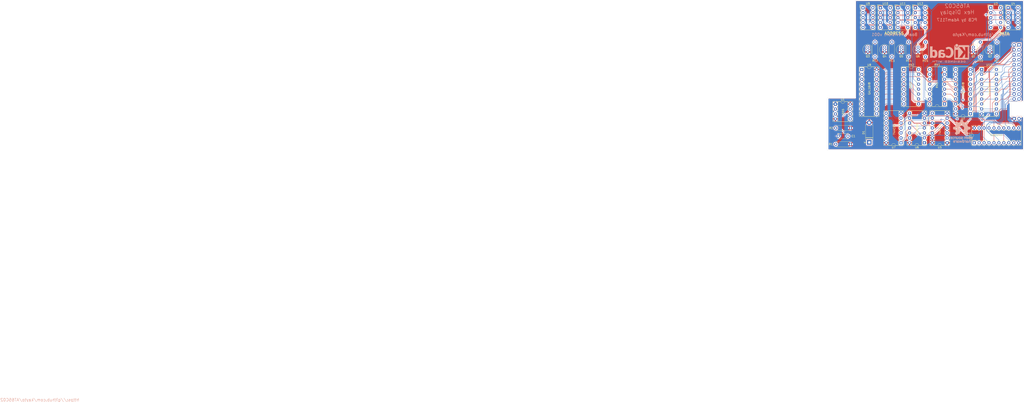
<source format=kicad_pcb>
(kicad_pcb (version 20171130) (host pcbnew "(5.1.9)-1")
  (layers (0 F.Cu signal hide) (31 B.Cu signal hide) (34 B.Paste user) (35 F.Paste user) (36 B.SilkS user) (37 F.SilkS user hide) (38 B.Mask user) (39 F.Mask user) (44 Edge.Cuts user))
  (net 0 "")
  (net 1 "Net-(C1-Pad1)")
  (net 2 GND)
  (net 3 +5V)
  (net 4 "Net-(Q1-Pad3)")
  (net 5 "Net-(Q1-Pad2)")
  (net 6 "Net-(Q2-Pad2)")
  (net 7 "Net-(Q2-Pad3)")
  (net 8 "Net-(R1-Pad2)")
  (net 9 EN_H)
  (net 10 "Net-(U1-Pad5)")
  (net 11 "Net-(U2-Pad11)")
  (net 12 "Net-(U3-Pad7)")
  (net 13 "Net-(U4-Pad7)")
  (net 14 "Net-(Q3-Pad3)")
  (net 15 "Net-(Q3-Pad2)")
  (net 16 "Net-(Q4-Pad2)")
  (net 17 "Net-(Q4-Pad3)")
  (net 18 "Net-(Q5-Pad2)")
  (net 19 "Net-(Q5-Pad3)")
  (net 20 "Net-(Q6-Pad3)")
  (net 21 "Net-(Q6-Pad2)")
  (net 22 "Net-(R12-Pad2)")
  (net 23 "Net-(R13-Pad2)")
  (net 24 "Net-(R14-Pad2)")
  (net 25 "Net-(R15-Pad2)")
  (net 26 /~Q1)
  (net 27 /Q1)
  (net 28 /Q0)
  (net 29 /~Q0)
  (net 30 EN_DIG2)
  (net 31 EN_DIG0)
  (net 32 EN_DIG3)
  (net 33 EN_DIG1)
  (net 34 "Net-(U9-Pad7)")
  (net 35 "Net-(U10-Pad7)")
  (net 36 "Net-(U11-Pad7)")
  (net 37 "Net-(U12-Pad7)")
  (net 38 "Net-(RN1-Pad1)")
  (net 39 "Net-(RN1-Pad9)")
  (net 40 "Net-(RN1-Pad2)")
  (net 41 "Net-(RN1-Pad10)")
  (net 42 "Net-(RN1-Pad3)")
  (net 43 "Net-(RN1-Pad11)")
  (net 44 "Net-(RN1-Pad4)")
  (net 45 "Net-(RN1-Pad12)")
  (net 46 "Net-(RN1-Pad5)")
  (net 47 "Net-(RN1-Pad13)")
  (net 48 "Net-(RN1-Pad6)")
  (net 49 "Net-(RN1-Pad14)")
  (net 50 "Net-(RN1-Pad7)")
  (net 51 "Net-(RN1-Pad15)")
  (net 52 "Net-(RN1-Pad8)")
  (net 53 "Net-(RN1-Pad16)")
  (net 54 "/16 bit Hex/A")
  (net 55 "Net-(RN2-Pad8)")
  (net 56 "/16 bit Hex/B")
  (net 57 "Net-(RN2-Pad7)")
  (net 58 "/16 bit Hex/C")
  (net 59 "Net-(RN2-Pad6)")
  (net 60 "/16 bit Hex/D")
  (net 61 "Net-(RN2-Pad5)")
  (net 62 "/16 bit Hex/E")
  (net 63 "Net-(RN2-Pad4)")
  (net 64 "/16 bit Hex/F")
  (net 65 "Net-(RN2-Pad3)")
  (net 66 "/16 bit Hex/G")
  (net 67 "Net-(RN2-Pad2)")
  (net 68 "Net-(RN2-Pad9)")
  (net 69 "Net-(RN2-Pad1)")
  (net 70 "Net-(U8-Pad1)")
  (net 71 "Net-(U8-Pad11)")
  (net 72 "Net-(U8-Pad6)")
  (net 73 "Net-(U8-Pad7)")
  (net 74 "Net-(U8-Pad8)")
  (net 75 "Net-(U8-Pad9)")
  (net 76 "Net-(U13-Pad20)")
  (net 77 a0)
  (net 78 a1)
  (net 79 a2)
  (net 80 a3)
  (net 81 a4)
  (net 82 a5)
  (net 83 a6)
  (net 84 a7)
  (net 85 a8)
  (net 86 a9)
  (net 87 a10)
  (net 88 a11)
  (net 89 a12)
  (net 90 a13)
  (net 91 a14)
  (net 92 a15)
  (net 93 d7)
  (net 94 d6)
  (net 95 d5)
  (net 96 d4)
  (net 97 d3)
  (net 98 d2)
  (net 99 d1)
  (net 100 d0)
  (net 101 HEX0)
  (net 102 HEX1)
  (net 103 HEX2)
  (net 104 HEX3)
  (net 105 EN_D0)
  (module Connector_PinHeader_2.54mm:PinHeader_2x12_P2.54mm_Vertical (layer B.Cu) (at 193.19 67.66 180)
    (fp_text reference J1 (at -1.22 2.93) (layer B.SilkS) (effects (justify mirror)))
    (fp_text value "Expansion Connector")
    (pad 24 thru_hole oval (at 2.54 -27.94 180) (size 1.7 1.7) (drill 1) (layers *.Cu *.Mask) (net 91 a14))
    (pad 23 thru_hole oval (at 0 -27.94 180) (size 1.7 1.7) (drill 1) (layers *.Cu *.Mask) (net 92 a15))
    (pad 22 thru_hole oval (at 2.54 -25.4 180) (size 1.7 1.7) (drill 1) (layers *.Cu *.Mask) (net 89 a12))
    (pad 21 thru_hole oval (at 0 -25.4 180) (size 1.7 1.7) (drill 1) (layers *.Cu *.Mask) (net 90 a13))
    (pad 20 thru_hole oval (at 2.54 -22.86 180) (size 1.7 1.7) (drill 1) (layers *.Cu *.Mask) (net 87 a10))
    (pad 19 thru_hole oval (at 0 -22.86 180) (size 1.7 1.7) (drill 1) (layers *.Cu *.Mask) (net 88 a11))
    (pad 18 thru_hole oval (at 2.54 -20.32 180) (size 1.7 1.7) (drill 1) (layers *.Cu *.Mask) (net 85 a8))
    (pad 17 thru_hole oval (at 0 -20.32 180) (size 1.7 1.7) (drill 1) (layers *.Cu *.Mask) (net 86 a9))
    (pad 16 thru_hole oval (at 2.54 -17.78 180) (size 1.7 1.7) (drill 1) (layers *.Cu *.Mask) (net 84 a7))
    (pad 15 thru_hole oval (at 0 -17.78 180) (size 1.7 1.7) (drill 1) (layers *.Cu *.Mask) (net 93 d7))
    (pad 14 thru_hole oval (at 2.54 -15.24 180) (size 1.7 1.7) (drill 1) (layers *.Cu *.Mask) (net 83 a6))
    (pad 13 thru_hole oval (at 0 -15.24 180) (size 1.7 1.7) (drill 1) (layers *.Cu *.Mask) (net 94 d6))
    (pad 12 thru_hole oval (at 2.54 -12.7 180) (size 1.7 1.7) (drill 1) (layers *.Cu *.Mask) (net 82 a5))
    (pad 11 thru_hole oval (at 0 -12.7 180) (size 1.7 1.7) (drill 1) (layers *.Cu *.Mask) (net 95 d5))
    (pad 10 thru_hole oval (at 2.54 -10.16 180) (size 1.7 1.7) (drill 1) (layers *.Cu *.Mask) (net 81 a4))
    (pad 9 thru_hole oval (at 0 -10.16 180) (size 1.7 1.7) (drill 1) (layers *.Cu *.Mask) (net 96 d4))
    (pad 8 thru_hole oval (at 2.54 -7.62 180) (size 1.7 1.7) (drill 1) (layers *.Cu *.Mask) (net 80 a3))
    (pad 7 thru_hole oval (at 0 -7.62 180) (size 1.7 1.7) (drill 1) (layers *.Cu *.Mask) (net 97 d3))
    (pad 6 thru_hole oval (at 2.54 -5.08 180) (size 1.7 1.7) (drill 1) (layers *.Cu *.Mask) (net 79 a2))
    (pad 5 thru_hole oval (at 0 -5.08 180) (size 1.7 1.7) (drill 1) (layers *.Cu *.Mask) (net 98 d2))
    (pad 4 thru_hole oval (at 2.54 -2.54 180) (size 1.7 1.7) (drill 1) (layers *.Cu *.Mask) (net 78 a1))
    (pad 3 thru_hole oval (at 0 -2.54 180) (size 1.7 1.7) (drill 1) (layers *.Cu *.Mask) (net 99 d1))
    (pad 2 thru_hole oval (at 2.54 0 180) (size 1.7 1.7) (drill 1) (layers *.Cu *.Mask) (net 77 a0))
    (pad 1 thru_hole rect (at 0 0 180) (size 1.7 1.7) (drill 1) (layers *.Cu *.Mask) (net 100 d0))
  )
  (module Connector_PinHeader_2.54mm:PinHeader_1x02_P2.54mm_Vertical (layer B.Cu) (at 190.65 105.76 270)
    (fp_text reference J2 (at 0 2.33 270) (layer B.SilkS) (effects (justify mirror)))
    (fp_text value PWR)
    (pad 2 thru_hole oval (at 0 -2.54 270) (size 1.7 1.7) (drill 1) (layers *.Cu *.Mask) (net 2 GND))
    (pad 1 thru_hole rect (at 0 0 270) (size 1.7 1.7) (drill 1) (layers *.Cu *.Mask) (net 3 +5V))
  )
  (module Package_DIP:DIP-20_W7.62mm_Socket (layer F.Cu) (at 173.93 80.36)
    (fp_text reference U13 (at 3.81 -2.33) (layer F.SilkS))
    (fp_text value 74HC244)
    (pad 20 thru_hole oval (at 7.62 0) (size 1.6 1.6) (drill 0.8) (layers *.Cu *.Mask) (net 76 "Net-(U13-Pad20)"))
    (pad 10 thru_hole oval (at 0 22.86) (size 1.6 1.6) (drill 0.8) (layers *.Cu *.Mask) (net 2 GND))
    (pad 19 thru_hole oval (at 7.62 2.54) (size 1.6 1.6) (drill 0.8) (layers *.Cu *.Mask) (net 30 EN_DIG2))
    (pad 9 thru_hole oval (at 0 20.32) (size 1.6 1.6) (drill 0.8) (layers *.Cu *.Mask) (net 104 HEX3))
    (pad 18 thru_hole oval (at 7.62 5.08) (size 1.6 1.6) (drill 0.8) (layers *.Cu *.Mask) (net 101 HEX0))
    (pad 8 thru_hole oval (at 0 17.78) (size 1.6 1.6) (drill 0.8) (layers *.Cu *.Mask) (net 80 a3))
    (pad 17 thru_hole oval (at 7.62 7.62) (size 1.6 1.6) (drill 0.8) (layers *.Cu *.Mask) (net 81 a4))
    (pad 7 thru_hole oval (at 0 15.24) (size 1.6 1.6) (drill 0.8) (layers *.Cu *.Mask) (net 103 HEX2))
    (pad 16 thru_hole oval (at 7.62 10.16) (size 1.6 1.6) (drill 0.8) (layers *.Cu *.Mask) (net 102 HEX1))
    (pad 6 thru_hole oval (at 0 12.7) (size 1.6 1.6) (drill 0.8) (layers *.Cu *.Mask) (net 79 a2))
    (pad 15 thru_hole oval (at 7.62 12.7) (size 1.6 1.6) (drill 0.8) (layers *.Cu *.Mask) (net 82 a5))
    (pad 5 thru_hole oval (at 0 10.16) (size 1.6 1.6) (drill 0.8) (layers *.Cu *.Mask) (net 102 HEX1))
    (pad 14 thru_hole oval (at 7.62 15.24) (size 1.6 1.6) (drill 0.8) (layers *.Cu *.Mask) (net 103 HEX2))
    (pad 4 thru_hole oval (at 0 7.62) (size 1.6 1.6) (drill 0.8) (layers *.Cu *.Mask) (net 78 a1))
    (pad 13 thru_hole oval (at 7.62 17.78) (size 1.6 1.6) (drill 0.8) (layers *.Cu *.Mask) (net 83 a6))
    (pad 3 thru_hole oval (at 0 5.08) (size 1.6 1.6) (drill 0.8) (layers *.Cu *.Mask) (net 101 HEX0))
    (pad 12 thru_hole oval (at 7.62 20.32) (size 1.6 1.6) (drill 0.8) (layers *.Cu *.Mask) (net 104 HEX3))
    (pad 2 thru_hole oval (at 0 2.54) (size 1.6 1.6) (drill 0.8) (layers *.Cu *.Mask) (net 77 a0))
    (pad 11 thru_hole oval (at 7.62 22.86) (size 1.6 1.6) (drill 0.8) (layers *.Cu *.Mask) (net 84 a7))
    (pad 1 thru_hole rect (at 0 0) (size 1.6 1.6) (drill 0.8) (layers *.Cu *.Mask) (net 32 EN_DIG3))
  )
  (module Package_DIP:DIP-14_W7.62mm_Socket (layer F.Cu) (at 156.18 118.16 180)
    (fp_text reference U5 (at 3.81 -2.33) (layer F.SilkS))
    (fp_text value 74HC74)
    (pad 14 thru_hole oval (at 7.62 0 180) (size 1.6 1.6) (drill 0.8) (layers *.Cu *.Mask) (net 3 +5V))
    (pad 7 thru_hole oval (at 0 15.24 180) (size 1.6 1.6) (drill 0.8) (layers *.Cu *.Mask) (net 2 GND))
    (pad 13 thru_hole oval (at 7.62 2.54 180) (size 1.6 1.6) (drill 0.8) (layers *.Cu *.Mask) (net 3 +5V))
    (pad 6 thru_hole oval (at 0 12.7 180) (size 1.6 1.6) (drill 0.8) (layers *.Cu *.Mask) (net 26 /~Q1))
    (pad 12 thru_hole oval (at 7.62 5.08 180) (size 1.6 1.6) (drill 0.8) (layers *.Cu *.Mask) (net 27 /Q1))
    (pad 5 thru_hole oval (at 0 10.16 180) (size 1.6 1.6) (drill 0.8) (layers *.Cu *.Mask) (net 27 /Q1))
    (pad 11 thru_hole oval (at 7.62 7.62 180) (size 1.6 1.6) (drill 0.8) (layers *.Cu *.Mask) (net 9 EN_H))
    (pad 4 thru_hole oval (at 0 7.62 180) (size 1.6 1.6) (drill 0.8) (layers *.Cu *.Mask) (net 3 +5V))
    (pad 10 thru_hole oval (at 7.62 10.16 180) (size 1.6 1.6) (drill 0.8) (layers *.Cu *.Mask) (net 3 +5V))
    (pad 3 thru_hole oval (at 0 5.08 180) (size 1.6 1.6) (drill 0.8) (layers *.Cu *.Mask) (net 9 EN_H))
    (pad 9 thru_hole oval (at 7.62 12.7 180) (size 1.6 1.6) (drill 0.8) (layers *.Cu *.Mask) (net 28 /Q0))
    (pad 2 thru_hole oval (at 0 2.54 180) (size 1.6 1.6) (drill 0.8) (layers *.Cu *.Mask) (net 29 /~Q0))
    (pad 8 thru_hole oval (at 7.62 15.24 180) (size 1.6 1.6) (drill 0.8) (layers *.Cu *.Mask) (net 29 /~Q0))
    (pad 1 thru_hole rect (at 0 0 180) (size 1.6 1.6) (drill 0.8) (layers *.Cu *.Mask) (net 3 +5V))
  )
  (module Package_DIP:DIP-14_W7.62mm_Socket (layer F.Cu) (at 132.44 118.16 180)
    (fp_text reference U7 (at 3.81 -2.33) (layer F.SilkS))
    (fp_text value 74HC04)
    (pad 1 thru_hole rect (at 0 0 180) (size 1.6 1.6) (drill 0.8) (layers *.Cu *.Mask) (net 32 EN_DIG3))
    (pad 8 thru_hole oval (at 7.62 15.24 180) (size 1.6 1.6) (drill 0.8) (layers *.Cu *.Mask) (net 22 "Net-(R12-Pad2)"))
    (pad 2 thru_hole oval (at 0 2.54 180) (size 1.6 1.6) (drill 0.8) (layers *.Cu *.Mask) (net 25 "Net-(R15-Pad2)"))
    (pad 9 thru_hole oval (at 7.62 12.7 180) (size 1.6 1.6) (drill 0.8) (layers *.Cu *.Mask) (net 31 EN_DIG0))
    (pad 3 thru_hole oval (at 0 5.08 180) (size 1.6 1.6) (drill 0.8) (layers *.Cu *.Mask) (net 30 EN_DIG2))
    (pad 10 thru_hole oval (at 7.62 10.16 180) (size 1.6 1.6) (drill 0.8) (layers *.Cu *.Mask))
    (pad 4 thru_hole oval (at 0 7.62 180) (size 1.6 1.6) (drill 0.8) (layers *.Cu *.Mask) (net 24 "Net-(R14-Pad2)"))
    (pad 11 thru_hole oval (at 7.62 7.62 180) (size 1.6 1.6) (drill 0.8) (layers *.Cu *.Mask))
    (pad 5 thru_hole oval (at 0 10.16 180) (size 1.6 1.6) (drill 0.8) (layers *.Cu *.Mask) (net 33 EN_DIG1))
    (pad 12 thru_hole oval (at 7.62 5.08 180) (size 1.6 1.6) (drill 0.8) (layers *.Cu *.Mask))
    (pad 6 thru_hole oval (at 0 12.7 180) (size 1.6 1.6) (drill 0.8) (layers *.Cu *.Mask) (net 23 "Net-(R13-Pad2)"))
    (pad 13 thru_hole oval (at 7.62 2.54 180) (size 1.6 1.6) (drill 0.8) (layers *.Cu *.Mask))
    (pad 7 thru_hole oval (at 0 15.24 180) (size 1.6 1.6) (drill 0.8) (layers *.Cu *.Mask) (net 2 GND))
    (pad 14 thru_hole oval (at 7.62 0 180) (size 1.6 1.6) (drill 0.8) (layers *.Cu *.Mask) (net 3 +5V))
  )
  (module "" (layer F.Cu) (at -104.32 35.78)
    (fp_text reference "" (at 170.61 47.63) (layer F.SilkS) (effects (font (size 1.27 1.27))))
    (fp_text value "" (at 170.61 47.63) (layer F.SilkS) (effects (font (size 1.27 1.27))))
  )
  (module Display_7Segment:HDSP-7801 (layer F.Cu) (at 178.61 48.56)
    (fp_text reference U3 (at 2.54 -2.159) (layer F.SilkS))
    (fp_text value HDSP-7801)
    (pad 1 thru_hole rect (at 0 0) (size 1.6 1.6) (drill 0.8) (layers *.Cu *.Mask) (net 4 "Net-(Q1-Pad3)"))
    (pad 2 thru_hole circle (at 0 2.54) (size 1.6 1.6) (drill 0.8) (layers *.Cu *.Mask) (net 41 "Net-(RN1-Pad10)"))
    (pad 3 thru_hole circle (at 0 5.08) (size 1.6 1.6) (drill 0.8) (layers *.Cu *.Mask) (net 39 "Net-(RN1-Pad9)"))
    (pad 4 thru_hole circle (at 0 7.62) (size 1.6 1.6) (drill 0.8) (layers *.Cu *.Mask) (net 43 "Net-(RN1-Pad11)"))
    (pad 5 thru_hole circle (at 0 10.16) (size 1.6 1.6) (drill 0.8) (layers *.Cu *.Mask) (net 45 "Net-(RN1-Pad12)"))
    (pad 6 thru_hole circle (at 5.08 10.16) (size 1.6 1.6) (drill 0.8) (layers *.Cu *.Mask) (net 4 "Net-(Q1-Pad3)"))
    (pad 7 thru_hole circle (at 5.08 7.62) (size 1.6 1.6) (drill 0.8) (layers *.Cu *.Mask) (net 12 "Net-(U3-Pad7)"))
    (pad 8 thru_hole circle (at 5.08 5.08) (size 1.6 1.6) (drill 0.8) (layers *.Cu *.Mask) (net 47 "Net-(RN1-Pad13)"))
    (pad 9 thru_hole circle (at 5.08 2.54) (size 1.6 1.6) (drill 0.8) (layers *.Cu *.Mask) (net 49 "Net-(RN1-Pad14)"))
    (pad 10 thru_hole circle (at 5.08 0) (size 1.6 1.6) (drill 0.8) (layers *.Cu *.Mask) (net 51 "Net-(RN1-Pad15)"))
  )
  (module Capacitor_THT:C_Disc_D5.0mm_W2.5mm_P5.00mm (layer F.Cu) (at 105.14 114.725 180)
    (fp_text reference C1 (at -2.83 -0.005) (layer F.SilkS))
    (fp_text value 68n)
    (pad 1 thru_hole circle (at 0 0 180) (size 1.6 1.6) (drill 0.8) (layers *.Cu *.Mask) (net 1 "Net-(C1-Pad1)"))
    (pad 2 thru_hole circle (at 5 0 180) (size 1.6 1.6) (drill 0.8) (layers *.Cu *.Mask) (net 2 GND))
  )
  (module Diode_THT:D_DO-15_P10.16mm_Horizontal (layer F.Cu) (at 116.1 117.92 90)
    (fp_text reference D1 (at 5.08 -2.92 90) (layer F.SilkS))
    (fp_text value D)
    (fp_text user K (at 0 -2.2 90) (layer F.SilkS))
    (pad 1 thru_hole rect (at 0 0 90) (size 2.4 2.4) (drill 1.2) (layers *.Cu *.Mask) (net 1 "Net-(C1-Pad1)"))
    (pad 2 thru_hole oval (at 10.16 0 90) (size 2.4 2.4) (drill 1.2) (layers *.Cu *.Mask) (net 3 +5V))
  )
  (module Package_TO_SOT_THT:TO-92_Inline (layer F.Cu) (at 169.72 71.33 90)
    (fp_text reference Q1 (at -2.27 0.02 180) (layer F.SilkS))
    (fp_text value BC557)
    (pad 1 thru_hole rect (at 0 0 90) (size 1.05 1.5) (drill 0.75) (layers *.Cu *.Mask) (net 3 +5V))
    (pad 3 thru_hole oval (at 2.54 0 90) (size 1.05 1.5) (drill 0.75) (layers *.Cu *.Mask) (net 4 "Net-(Q1-Pad3)"))
    (pad 2 thru_hole oval (at 1.27 0 90) (size 1.05 1.5) (drill 0.75) (layers *.Cu *.Mask) (net 5 "Net-(Q1-Pad2)"))
  )
  (module Package_TO_SOT_THT:TO-92_Inline (layer F.Cu) (at 178.21 71.33 90)
    (fp_text reference Q2 (at -2.27 0.02 180) (layer F.SilkS))
    (fp_text value BC557)
    (pad 2 thru_hole oval (at 1.27 0 90) (size 1.05 1.5) (drill 0.75) (layers *.Cu *.Mask) (net 6 "Net-(Q2-Pad2)"))
    (pad 3 thru_hole oval (at 2.54 0 90) (size 1.05 1.5) (drill 0.75) (layers *.Cu *.Mask) (net 7 "Net-(Q2-Pad3)"))
    (pad 1 thru_hole rect (at 0 0 90) (size 1.05 1.5) (drill 0.75) (layers *.Cu *.Mask) (net 3 +5V))
  )
  (module Resistor_THT:R_Axial_DIN0207_L6.3mm_D2.5mm_P7.62mm_Horizontal (layer F.Cu) (at 106.45 118.89 180)
    (fp_text reference R1 (at 10.14 -0.01) (layer F.SilkS))
    (fp_text value 51k)
    (pad 2 thru_hole oval (at 7.62 0 180) (size 1.6 1.6) (drill 0.8) (layers *.Cu *.Mask) (net 8 "Net-(R1-Pad2)"))
    (pad 1 thru_hole circle (at 0 0 180) (size 1.6 1.6) (drill 0.8) (layers *.Cu *.Mask) (net 3 +5V))
  )
  (module Resistor_THT:R_Axial_DIN0207_L6.3mm_D2.5mm_P7.62mm_Horizontal (layer F.Cu) (at 106.45 110.56 180)
    (fp_text reference R2 (at 10.02 -0.02) (layer F.SilkS))
    (fp_text value 51k)
    (pad 1 thru_hole circle (at 0 0 180) (size 1.6 1.6) (drill 0.8) (layers *.Cu *.Mask) (net 3 +5V))
    (pad 2 thru_hole oval (at 7.62 0 180) (size 1.6 1.6) (drill 0.8) (layers *.Cu *.Mask) (net 1 "Net-(C1-Pad1)"))
  )
  (module Resistor_THT:R_Axial_DIN0207_L6.3mm_D2.5mm_P7.62mm_Horizontal (layer F.Cu) (at 173.26 66.25 270)
    (fp_text reference R10 (at 9.61 0.04 180) (layer F.SilkS))
    (fp_text value 4k7)
    (pad 1 thru_hole circle (at 0 0 270) (size 1.6 1.6) (drill 0.8) (layers *.Cu *.Mask) (net 5 "Net-(Q1-Pad2)"))
    (pad 2 thru_hole oval (at 7.62 0 270) (size 1.6 1.6) (drill 0.8) (layers *.Cu *.Mask) (net 9 EN_H))
  )
  (module Resistor_THT:R_Axial_DIN0207_L6.3mm_D2.5mm_P7.62mm_Horizontal (layer F.Cu) (at 181.85 66.25 270)
    (fp_text reference R11 (at 9.72 0.02 180) (layer F.SilkS))
    (fp_text value 2k2)
    (pad 2 thru_hole oval (at 7.62 0 270) (size 1.6 1.6) (drill 0.8) (layers *.Cu *.Mask) (net 105 EN_D0))
    (pad 1 thru_hole circle (at 0 0 270) (size 1.6 1.6) (drill 0.8) (layers *.Cu *.Mask) (net 6 "Net-(Q2-Pad2)"))
  )
  (module Package_DIP:DIP-20_W7.62mm_Socket (layer F.Cu) (at 168.176666 103.22 180)
    (fp_text reference U2 (at 3.81 -2.33) (layer F.SilkS))
    (fp_text value GAL16V8)
    (pad 1 thru_hole rect (at 0 0 180) (size 1.6 1.6) (drill 0.8) (layers *.Cu *.Mask) (net 9 EN_H))
    (pad 11 thru_hole oval (at 7.62 22.86 180) (size 1.6 1.6) (drill 0.8) (layers *.Cu *.Mask) (net 11 "Net-(U2-Pad11)"))
    (pad 2 thru_hole oval (at 0 2.54 180) (size 1.6 1.6) (drill 0.8) (layers *.Cu *.Mask) (net 93 d7))
    (pad 12 thru_hole oval (at 7.62 20.32 180) (size 1.6 1.6) (drill 0.8) (layers *.Cu *.Mask) (net 52 "Net-(RN1-Pad8)"))
    (pad 3 thru_hole oval (at 0 5.08 180) (size 1.6 1.6) (drill 0.8) (layers *.Cu *.Mask) (net 94 d6))
    (pad 13 thru_hole oval (at 7.62 17.78 180) (size 1.6 1.6) (drill 0.8) (layers *.Cu *.Mask) (net 50 "Net-(RN1-Pad7)"))
    (pad 4 thru_hole oval (at 0 7.62 180) (size 1.6 1.6) (drill 0.8) (layers *.Cu *.Mask) (net 95 d5))
    (pad 14 thru_hole oval (at 7.62 15.24 180) (size 1.6 1.6) (drill 0.8) (layers *.Cu *.Mask) (net 48 "Net-(RN1-Pad6)"))
    (pad 5 thru_hole oval (at 0 10.16 180) (size 1.6 1.6) (drill 0.8) (layers *.Cu *.Mask) (net 96 d4))
    (pad 15 thru_hole oval (at 7.62 12.7 180) (size 1.6 1.6) (drill 0.8) (layers *.Cu *.Mask) (net 46 "Net-(RN1-Pad5)"))
    (pad 6 thru_hole oval (at 0 12.7 180) (size 1.6 1.6) (drill 0.8) (layers *.Cu *.Mask) (net 97 d3))
    (pad 16 thru_hole oval (at 7.62 10.16 180) (size 1.6 1.6) (drill 0.8) (layers *.Cu *.Mask) (net 44 "Net-(RN1-Pad4)"))
    (pad 7 thru_hole oval (at 0 15.24 180) (size 1.6 1.6) (drill 0.8) (layers *.Cu *.Mask) (net 98 d2))
    (pad 17 thru_hole oval (at 7.62 7.62 180) (size 1.6 1.6) (drill 0.8) (layers *.Cu *.Mask) (net 42 "Net-(RN1-Pad3)"))
    (pad 8 thru_hole oval (at 0 17.78 180) (size 1.6 1.6) (drill 0.8) (layers *.Cu *.Mask) (net 99 d1))
    (pad 18 thru_hole oval (at 7.62 5.08 180) (size 1.6 1.6) (drill 0.8) (layers *.Cu *.Mask) (net 40 "Net-(RN1-Pad2)"))
    (pad 9 thru_hole oval (at 0 20.32 180) (size 1.6 1.6) (drill 0.8) (layers *.Cu *.Mask) (net 100 d0))
    (pad 19 thru_hole oval (at 7.62 2.54 180) (size 1.6 1.6) (drill 0.8) (layers *.Cu *.Mask) (net 105 EN_D0))
    (pad 10 thru_hole oval (at 0 22.86 180) (size 1.6 1.6) (drill 0.8) (layers *.Cu *.Mask) (net 2 GND))
    (pad 20 thru_hole oval (at 7.62 0 180) (size 1.6 1.6) (drill 0.8) (layers *.Cu *.Mask) (net 3 +5V))
  )
  (module Package_DIP:DIP-8_W7.62mm_Socket (layer F.Cu) (at 98.68 98.23)
    (fp_text reference U1 (at 3.81 -2.33) (layer F.SilkS))
    (fp_text value NE555P)
    (pad 1 thru_hole rect (at 0 0) (size 1.6 1.6) (drill 0.8) (layers *.Cu *.Mask) (net 2 GND))
    (pad 5 thru_hole oval (at 7.62 7.62) (size 1.6 1.6) (drill 0.8) (layers *.Cu *.Mask) (net 10 "Net-(U1-Pad5)"))
    (pad 2 thru_hole oval (at 0 2.54) (size 1.6 1.6) (drill 0.8) (layers *.Cu *.Mask) (net 1 "Net-(C1-Pad1)"))
    (pad 6 thru_hole oval (at 7.62 5.08) (size 1.6 1.6) (drill 0.8) (layers *.Cu *.Mask) (net 1 "Net-(C1-Pad1)"))
    (pad 3 thru_hole oval (at 0 5.08) (size 1.6 1.6) (drill 0.8) (layers *.Cu *.Mask) (net 9 EN_H))
    (pad 7 thru_hole oval (at 7.62 2.54) (size 1.6 1.6) (drill 0.8) (layers *.Cu *.Mask) (net 8 "Net-(R1-Pad2)"))
    (pad 4 thru_hole oval (at 0 7.62) (size 1.6 1.6) (drill 0.8) (layers *.Cu *.Mask) (net 3 +5V))
    (pad 8 thru_hole oval (at 7.62 0) (size 1.6 1.6) (drill 0.8) (layers *.Cu *.Mask) (net 3 +5V))
  )
  (module Package_TO_SOT_THT:TO-92_Inline (layer F.Cu) (at 115.37 71.33 90)
    (fp_text reference Q3 (at -2.27 0 180) (layer F.SilkS))
    (fp_text value BC557)
    (pad 1 thru_hole rect (at 0 0 90) (size 1.05 1.5) (drill 0.75) (layers *.Cu *.Mask) (net 3 +5V))
    (pad 3 thru_hole oval (at 2.54 0 90) (size 1.05 1.5) (drill 0.75) (layers *.Cu *.Mask) (net 14 "Net-(Q3-Pad3)"))
    (pad 2 thru_hole oval (at 1.27 0 90) (size 1.05 1.5) (drill 0.75) (layers *.Cu *.Mask) (net 15 "Net-(Q3-Pad2)"))
  )
  (module Package_TO_SOT_THT:TO-92_Inline (layer F.Cu) (at 123.983333 71.33 90)
    (fp_text reference Q4 (at -2.27 0 180) (layer F.SilkS))
    (fp_text value BC557)
    (pad 2 thru_hole oval (at 1.27 0 90) (size 1.05 1.5) (drill 0.75) (layers *.Cu *.Mask) (net 16 "Net-(Q4-Pad2)"))
    (pad 3 thru_hole oval (at 2.54 0 90) (size 1.05 1.5) (drill 0.75) (layers *.Cu *.Mask) (net 17 "Net-(Q4-Pad3)"))
    (pad 1 thru_hole rect (at 0 0 90) (size 1.05 1.5) (drill 0.75) (layers *.Cu *.Mask) (net 3 +5V))
  )
  (module Package_TO_SOT_THT:TO-92_Inline (layer F.Cu) (at 132.596666 71.33 90)
    (fp_text reference Q5 (at -2.27 0 180) (layer F.SilkS))
    (fp_text value BC557)
    (pad 2 thru_hole oval (at 1.27 0 90) (size 1.05 1.5) (drill 0.75) (layers *.Cu *.Mask) (net 18 "Net-(Q5-Pad2)"))
    (pad 3 thru_hole oval (at 2.54 0 90) (size 1.05 1.5) (drill 0.75) (layers *.Cu *.Mask) (net 19 "Net-(Q5-Pad3)"))
    (pad 1 thru_hole rect (at 0 0 90) (size 1.05 1.5) (drill 0.75) (layers *.Cu *.Mask) (net 3 +5V))
  )
  (module Package_TO_SOT_THT:TO-92_Inline (layer F.Cu) (at 141.21 71.33 90)
    (fp_text reference Q6 (at -2.27 -0.06 180) (layer F.SilkS))
    (fp_text value BC557)
    (pad 1 thru_hole rect (at 0 0 90) (size 1.05 1.5) (drill 0.75) (layers *.Cu *.Mask) (net 3 +5V))
    (pad 3 thru_hole oval (at 2.54 0 90) (size 1.05 1.5) (drill 0.75) (layers *.Cu *.Mask) (net 20 "Net-(Q6-Pad3)"))
    (pad 2 thru_hole oval (at 1.27 0 90) (size 1.05 1.5) (drill 0.75) (layers *.Cu *.Mask) (net 21 "Net-(Q6-Pad2)"))
  )
  (module Resistor_THT:R_Axial_DIN0207_L6.3mm_D2.5mm_P7.62mm_Horizontal (layer F.Cu) (at 119.06 66.25 270)
    (fp_text reference R12 (at 9.69 -0.02 180) (layer F.SilkS))
    (fp_text value 2k2)
    (pad 1 thru_hole circle (at 0 0 270) (size 1.6 1.6) (drill 0.8) (layers *.Cu *.Mask) (net 15 "Net-(Q3-Pad2)"))
    (pad 2 thru_hole oval (at 7.62 0 270) (size 1.6 1.6) (drill 0.8) (layers *.Cu *.Mask) (net 22 "Net-(R12-Pad2)"))
  )
  (module Resistor_THT:R_Axial_DIN0207_L6.3mm_D2.5mm_P7.62mm_Horizontal (layer F.Cu) (at 127.723333 66.25 270)
    (fp_text reference R13 (at 9.69 0.033333 180) (layer F.SilkS))
    (fp_text value 2k2)
    (pad 1 thru_hole circle (at 0 0 270) (size 1.6 1.6) (drill 0.8) (layers *.Cu *.Mask) (net 16 "Net-(Q4-Pad2)"))
    (pad 2 thru_hole oval (at 7.62 0 270) (size 1.6 1.6) (drill 0.8) (layers *.Cu *.Mask) (net 23 "Net-(R13-Pad2)"))
  )
  (module Resistor_THT:R_Axial_DIN0207_L6.3mm_D2.5mm_P7.62mm_Horizontal (layer F.Cu) (at 136.386666 66.25 270)
    (fp_text reference R14 (at 9.69 -0.063334 180) (layer F.SilkS))
    (fp_text value 2k2)
    (pad 2 thru_hole oval (at 7.62 0 270) (size 1.6 1.6) (drill 0.8) (layers *.Cu *.Mask) (net 24 "Net-(R14-Pad2)"))
    (pad 1 thru_hole circle (at 0 0 270) (size 1.6 1.6) (drill 0.8) (layers *.Cu *.Mask) (net 18 "Net-(Q5-Pad2)"))
  )
  (module Resistor_THT:R_Axial_DIN0207_L6.3mm_D2.5mm_P7.62mm_Horizontal (layer F.Cu) (at 145.05 66.25 270)
    (fp_text reference R15 (at 9.69 0.12 180) (layer F.SilkS))
    (fp_text value 2k2)
    (pad 2 thru_hole oval (at 7.62 0 270) (size 1.6 1.6) (drill 0.8) (layers *.Cu *.Mask) (net 25 "Net-(R15-Pad2)"))
    (pad 1 thru_hole circle (at 0 0 270) (size 1.6 1.6) (drill 0.8) (layers *.Cu *.Mask) (net 21 "Net-(Q6-Pad2)"))
  )
  (module Display_7Segment:HDSP-7801 (layer F.Cu) (at 187.59 48.56)
    (fp_text reference U4 (at 2.54 -2.159) (layer F.SilkS))
    (fp_text value HDSP-7801)
    (pad 1 thru_hole rect (at 0 0) (size 1.6 1.6) (drill 0.8) (layers *.Cu *.Mask) (net 7 "Net-(Q2-Pad3)"))
    (pad 2 thru_hole circle (at 0 2.54) (size 1.6 1.6) (drill 0.8) (layers *.Cu *.Mask) (net 41 "Net-(RN1-Pad10)"))
    (pad 3 thru_hole circle (at 0 5.08) (size 1.6 1.6) (drill 0.8) (layers *.Cu *.Mask) (net 39 "Net-(RN1-Pad9)"))
    (pad 4 thru_hole circle (at 0 7.62) (size 1.6 1.6) (drill 0.8) (layers *.Cu *.Mask) (net 43 "Net-(RN1-Pad11)"))
    (pad 5 thru_hole circle (at 0 10.16) (size 1.6 1.6) (drill 0.8) (layers *.Cu *.Mask) (net 45 "Net-(RN1-Pad12)"))
    (pad 6 thru_hole circle (at 5.08 10.16) (size 1.6 1.6) (drill 0.8) (layers *.Cu *.Mask) (net 7 "Net-(Q2-Pad3)"))
    (pad 7 thru_hole circle (at 5.08 7.62) (size 1.6 1.6) (drill 0.8) (layers *.Cu *.Mask) (net 13 "Net-(U4-Pad7)"))
    (pad 8 thru_hole circle (at 5.08 5.08) (size 1.6 1.6) (drill 0.8) (layers *.Cu *.Mask) (net 47 "Net-(RN1-Pad13)"))
    (pad 9 thru_hole circle (at 5.08 2.54) (size 1.6 1.6) (drill 0.8) (layers *.Cu *.Mask) (net 49 "Net-(RN1-Pad14)"))
    (pad 10 thru_hole circle (at 5.08 0) (size 1.6 1.6) (drill 0.8) (layers *.Cu *.Mask) (net 51 "Net-(RN1-Pad15)"))
  )
  (module Package_DIP:DIP-14_W7.62mm_Socket (layer F.Cu) (at 144.453752 118.16 180)
    (fp_text reference U6 (at 3.81 -2.33) (layer F.SilkS))
    (fp_text value 74HC00)
    (pad 1 thru_hole rect (at 0 0 180) (size 1.6 1.6) (drill 0.8) (layers *.Cu *.Mask) (net 29 /~Q0))
    (pad 8 thru_hole oval (at 7.62 15.24 180) (size 1.6 1.6) (drill 0.8) (layers *.Cu *.Mask) (net 30 EN_DIG2))
    (pad 2 thru_hole oval (at 0 2.54 180) (size 1.6 1.6) (drill 0.8) (layers *.Cu *.Mask) (net 26 /~Q1))
    (pad 9 thru_hole oval (at 7.62 12.7 180) (size 1.6 1.6) (drill 0.8) (layers *.Cu *.Mask) (net 27 /Q1))
    (pad 3 thru_hole oval (at 0 5.08 180) (size 1.6 1.6) (drill 0.8) (layers *.Cu *.Mask) (net 31 EN_DIG0))
    (pad 10 thru_hole oval (at 7.62 10.16 180) (size 1.6 1.6) (drill 0.8) (layers *.Cu *.Mask) (net 29 /~Q0))
    (pad 4 thru_hole oval (at 0 7.62 180) (size 1.6 1.6) (drill 0.8) (layers *.Cu *.Mask) (net 28 /Q0))
    (pad 11 thru_hole oval (at 7.62 7.62 180) (size 1.6 1.6) (drill 0.8) (layers *.Cu *.Mask) (net 32 EN_DIG3))
    (pad 5 thru_hole oval (at 0 10.16 180) (size 1.6 1.6) (drill 0.8) (layers *.Cu *.Mask) (net 27 /Q1))
    (pad 12 thru_hole oval (at 7.62 5.08 180) (size 1.6 1.6) (drill 0.8) (layers *.Cu *.Mask) (net 26 /~Q1))
    (pad 6 thru_hole oval (at 0 12.7 180) (size 1.6 1.6) (drill 0.8) (layers *.Cu *.Mask) (net 33 EN_DIG1))
    (pad 13 thru_hole oval (at 7.62 2.54 180) (size 1.6 1.6) (drill 0.8) (layers *.Cu *.Mask) (net 28 /Q0))
    (pad 7 thru_hole oval (at 0 15.24 180) (size 1.6 1.6) (drill 0.8) (layers *.Cu *.Mask) (net 2 GND))
    (pad 14 thru_hole oval (at 7.62 0 180) (size 1.6 1.6) (drill 0.8) (layers *.Cu *.Mask) (net 3 +5V))
  )
  (module Display_7Segment:HDSP-7801 (layer F.Cu) (at 112.87 48.56)
    (fp_text reference U9 (at 2.54 -2.159) (layer F.SilkS))
    (fp_text value HDSP-7801)
    (pad 10 thru_hole circle (at 5.08 0) (size 1.6 1.6) (drill 0.8) (layers *.Cu *.Mask) (net 54 "/16 bit Hex/A"))
    (pad 9 thru_hole circle (at 5.08 2.54) (size 1.6 1.6) (drill 0.8) (layers *.Cu *.Mask) (net 56 "/16 bit Hex/B"))
    (pad 8 thru_hole circle (at 5.08 5.08) (size 1.6 1.6) (drill 0.8) (layers *.Cu *.Mask) (net 58 "/16 bit Hex/C"))
    (pad 7 thru_hole circle (at 5.08 7.62) (size 1.6 1.6) (drill 0.8) (layers *.Cu *.Mask) (net 34 "Net-(U9-Pad7)"))
    (pad 6 thru_hole circle (at 5.08 10.16) (size 1.6 1.6) (drill 0.8) (layers *.Cu *.Mask) (net 14 "Net-(Q3-Pad3)"))
    (pad 5 thru_hole circle (at 0 10.16) (size 1.6 1.6) (drill 0.8) (layers *.Cu *.Mask) (net 60 "/16 bit Hex/D"))
    (pad 4 thru_hole circle (at 0 7.62) (size 1.6 1.6) (drill 0.8) (layers *.Cu *.Mask) (net 62 "/16 bit Hex/E"))
    (pad 3 thru_hole circle (at 0 5.08) (size 1.6 1.6) (drill 0.8) (layers *.Cu *.Mask) (net 66 "/16 bit Hex/G"))
    (pad 2 thru_hole circle (at 0 2.54) (size 1.6 1.6) (drill 0.8) (layers *.Cu *.Mask) (net 64 "/16 bit Hex/F"))
    (pad 1 thru_hole rect (at 0 0) (size 1.6 1.6) (drill 0.8) (layers *.Cu *.Mask) (net 14 "Net-(Q3-Pad3)"))
  )
  (module Display_7Segment:HDSP-7801 (layer F.Cu) (at 121.85 48.56)
    (fp_text reference U10 (at 2.54 -2.159) (layer F.SilkS))
    (fp_text value HDSP-7801)
    (pad 1 thru_hole rect (at 0 0) (size 1.6 1.6) (drill 0.8) (layers *.Cu *.Mask) (net 17 "Net-(Q4-Pad3)"))
    (pad 2 thru_hole circle (at 0 2.54) (size 1.6 1.6) (drill 0.8) (layers *.Cu *.Mask) (net 64 "/16 bit Hex/F"))
    (pad 3 thru_hole circle (at 0 5.08) (size 1.6 1.6) (drill 0.8) (layers *.Cu *.Mask) (net 66 "/16 bit Hex/G"))
    (pad 4 thru_hole circle (at 0 7.62) (size 1.6 1.6) (drill 0.8) (layers *.Cu *.Mask) (net 62 "/16 bit Hex/E"))
    (pad 5 thru_hole circle (at 0 10.16) (size 1.6 1.6) (drill 0.8) (layers *.Cu *.Mask) (net 60 "/16 bit Hex/D"))
    (pad 6 thru_hole circle (at 5.08 10.16) (size 1.6 1.6) (drill 0.8) (layers *.Cu *.Mask) (net 17 "Net-(Q4-Pad3)"))
    (pad 7 thru_hole circle (at 5.08 7.62) (size 1.6 1.6) (drill 0.8) (layers *.Cu *.Mask) (net 35 "Net-(U10-Pad7)"))
    (pad 8 thru_hole circle (at 5.08 5.08) (size 1.6 1.6) (drill 0.8) (layers *.Cu *.Mask) (net 58 "/16 bit Hex/C"))
    (pad 9 thru_hole circle (at 5.08 2.54) (size 1.6 1.6) (drill 0.8) (layers *.Cu *.Mask) (net 56 "/16 bit Hex/B"))
    (pad 10 thru_hole circle (at 5.08 0) (size 1.6 1.6) (drill 0.8) (layers *.Cu *.Mask) (net 54 "/16 bit Hex/A"))
  )
  (module Display_7Segment:HDSP-7801 (layer F.Cu) (at 130.83 48.56)
    (fp_text reference U11 (at 2.54 -2.159) (layer F.SilkS))
    (fp_text value HDSP-7801)
    (pad 10 thru_hole circle (at 5.08 0) (size 1.6 1.6) (drill 0.8) (layers *.Cu *.Mask) (net 54 "/16 bit Hex/A"))
    (pad 9 thru_hole circle (at 5.08 2.54) (size 1.6 1.6) (drill 0.8) (layers *.Cu *.Mask) (net 56 "/16 bit Hex/B"))
    (pad 8 thru_hole circle (at 5.08 5.08) (size 1.6 1.6) (drill 0.8) (layers *.Cu *.Mask) (net 58 "/16 bit Hex/C"))
    (pad 7 thru_hole circle (at 5.08 7.62) (size 1.6 1.6) (drill 0.8) (layers *.Cu *.Mask) (net 36 "Net-(U11-Pad7)"))
    (pad 6 thru_hole circle (at 5.08 10.16) (size 1.6 1.6) (drill 0.8) (layers *.Cu *.Mask) (net 19 "Net-(Q5-Pad3)"))
    (pad 5 thru_hole circle (at 0 10.16) (size 1.6 1.6) (drill 0.8) (layers *.Cu *.Mask) (net 60 "/16 bit Hex/D"))
    (pad 4 thru_hole circle (at 0 7.62) (size 1.6 1.6) (drill 0.8) (layers *.Cu *.Mask) (net 62 "/16 bit Hex/E"))
    (pad 3 thru_hole circle (at 0 5.08) (size 1.6 1.6) (drill 0.8) (layers *.Cu *.Mask) (net 66 "/16 bit Hex/G"))
    (pad 2 thru_hole circle (at 0 2.54) (size 1.6 1.6) (drill 0.8) (layers *.Cu *.Mask) (net 64 "/16 bit Hex/F"))
    (pad 1 thru_hole rect (at 0 0) (size 1.6 1.6) (drill 0.8) (layers *.Cu *.Mask) (net 19 "Net-(Q5-Pad3)"))
  )
  (module Display_7Segment:HDSP-7801 (layer F.Cu) (at 139.81 48.56)
    (fp_text reference U12 (at 2.54 -2.159) (layer F.SilkS))
    (fp_text value HDSP-7801)
    (pad 1 thru_hole rect (at 0 0) (size 1.6 1.6) (drill 0.8) (layers *.Cu *.Mask) (net 20 "Net-(Q6-Pad3)"))
    (pad 2 thru_hole circle (at 0 2.54) (size 1.6 1.6) (drill 0.8) (layers *.Cu *.Mask) (net 64 "/16 bit Hex/F"))
    (pad 3 thru_hole circle (at 0 5.08) (size 1.6 1.6) (drill 0.8) (layers *.Cu *.Mask) (net 66 "/16 bit Hex/G"))
    (pad 4 thru_hole circle (at 0 7.62) (size 1.6 1.6) (drill 0.8) (layers *.Cu *.Mask) (net 62 "/16 bit Hex/E"))
    (pad 5 thru_hole circle (at 0 10.16) (size 1.6 1.6) (drill 0.8) (layers *.Cu *.Mask) (net 60 "/16 bit Hex/D"))
    (pad 6 thru_hole circle (at 5.08 10.16) (size 1.6 1.6) (drill 0.8) (layers *.Cu *.Mask) (net 20 "Net-(Q6-Pad3)"))
    (pad 7 thru_hole circle (at 5.08 7.62) (size 1.6 1.6) (drill 0.8) (layers *.Cu *.Mask) (net 37 "Net-(U12-Pad7)"))
    (pad 8 thru_hole circle (at 5.08 5.08) (size 1.6 1.6) (drill 0.8) (layers *.Cu *.Mask) (net 58 "/16 bit Hex/C"))
    (pad 9 thru_hole circle (at 5.08 2.54) (size 1.6 1.6) (drill 0.8) (layers *.Cu *.Mask) (net 56 "/16 bit Hex/B"))
    (pad 10 thru_hole circle (at 5.08 0) (size 1.6 1.6) (drill 0.8) (layers *.Cu *.Mask) (net 54 "/16 bit Hex/A"))
  )
  (module Package_DIP:DIP-16_W7.62mm_Socket (layer F.Cu) (at 154.823333 98.14 180)
    (fp_text reference RN1 (at 3.743333 20.17) (layer F.SilkS))
    (fp_text value 100)
    (pad 1 thru_hole rect (at 0 0 180) (size 1.6 1.6) (drill 0.8) (layers *.Cu *.Mask) (net 38 "Net-(RN1-Pad1)"))
    (pad 9 thru_hole oval (at 7.62 17.78 180) (size 1.6 1.6) (drill 0.8) (layers *.Cu *.Mask) (net 39 "Net-(RN1-Pad9)"))
    (pad 2 thru_hole oval (at 0 2.54 180) (size 1.6 1.6) (drill 0.8) (layers *.Cu *.Mask) (net 40 "Net-(RN1-Pad2)"))
    (pad 10 thru_hole oval (at 7.62 15.24 180) (size 1.6 1.6) (drill 0.8) (layers *.Cu *.Mask) (net 41 "Net-(RN1-Pad10)"))
    (pad 3 thru_hole oval (at 0 5.08 180) (size 1.6 1.6) (drill 0.8) (layers *.Cu *.Mask) (net 42 "Net-(RN1-Pad3)"))
    (pad 11 thru_hole oval (at 7.62 12.7 180) (size 1.6 1.6) (drill 0.8) (layers *.Cu *.Mask) (net 43 "Net-(RN1-Pad11)"))
    (pad 4 thru_hole oval (at 0 7.62 180) (size 1.6 1.6) (drill 0.8) (layers *.Cu *.Mask) (net 44 "Net-(RN1-Pad4)"))
    (pad 12 thru_hole oval (at 7.62 10.16 180) (size 1.6 1.6) (drill 0.8) (layers *.Cu *.Mask) (net 45 "Net-(RN1-Pad12)"))
    (pad 5 thru_hole oval (at 0 10.16 180) (size 1.6 1.6) (drill 0.8) (layers *.Cu *.Mask) (net 46 "Net-(RN1-Pad5)"))
    (pad 13 thru_hole oval (at 7.62 7.62 180) (size 1.6 1.6) (drill 0.8) (layers *.Cu *.Mask) (net 47 "Net-(RN1-Pad13)"))
    (pad 6 thru_hole oval (at 0 12.7 180) (size 1.6 1.6) (drill 0.8) (layers *.Cu *.Mask) (net 48 "Net-(RN1-Pad6)"))
    (pad 14 thru_hole oval (at 7.62 5.08 180) (size 1.6 1.6) (drill 0.8) (layers *.Cu *.Mask) (net 49 "Net-(RN1-Pad14)"))
    (pad 7 thru_hole oval (at 0 15.24 180) (size 1.6 1.6) (drill 0.8) (layers *.Cu *.Mask) (net 50 "Net-(RN1-Pad7)"))
    (pad 15 thru_hole oval (at 7.62 2.54 180) (size 1.6 1.6) (drill 0.8) (layers *.Cu *.Mask) (net 51 "Net-(RN1-Pad15)"))
    (pad 8 thru_hole oval (at 0 17.78 180) (size 1.6 1.6) (drill 0.8) (layers *.Cu *.Mask) (net 52 "Net-(RN1-Pad8)"))
    (pad 16 thru_hole oval (at 7.62 0 180) (size 1.6 1.6) (drill 0.8) (layers *.Cu *.Mask) (net 53 "Net-(RN1-Pad16)"))
  )
  (module Package_DIP:DIP-16_W7.62mm_Socket (layer F.Cu) (at 133.87 80.36)
    (fp_text reference RN2 (at 3.81 -2.33) (layer F.SilkS))
    (fp_text value 100)
    (pad 16 thru_hole oval (at 7.62 0) (size 1.6 1.6) (drill 0.8) (layers *.Cu *.Mask) (net 54 "/16 bit Hex/A"))
    (pad 8 thru_hole oval (at 0 17.78) (size 1.6 1.6) (drill 0.8) (layers *.Cu *.Mask) (net 55 "Net-(RN2-Pad8)"))
    (pad 15 thru_hole oval (at 7.62 2.54) (size 1.6 1.6) (drill 0.8) (layers *.Cu *.Mask) (net 56 "/16 bit Hex/B"))
    (pad 7 thru_hole oval (at 0 15.24) (size 1.6 1.6) (drill 0.8) (layers *.Cu *.Mask) (net 57 "Net-(RN2-Pad7)"))
    (pad 14 thru_hole oval (at 7.62 5.08) (size 1.6 1.6) (drill 0.8) (layers *.Cu *.Mask) (net 58 "/16 bit Hex/C"))
    (pad 6 thru_hole oval (at 0 12.7) (size 1.6 1.6) (drill 0.8) (layers *.Cu *.Mask) (net 59 "Net-(RN2-Pad6)"))
    (pad 13 thru_hole oval (at 7.62 7.62) (size 1.6 1.6) (drill 0.8) (layers *.Cu *.Mask) (net 60 "/16 bit Hex/D"))
    (pad 5 thru_hole oval (at 0 10.16) (size 1.6 1.6) (drill 0.8) (layers *.Cu *.Mask) (net 61 "Net-(RN2-Pad5)"))
    (pad 12 thru_hole oval (at 7.62 10.16) (size 1.6 1.6) (drill 0.8) (layers *.Cu *.Mask) (net 62 "/16 bit Hex/E"))
    (pad 4 thru_hole oval (at 0 7.62) (size 1.6 1.6) (drill 0.8) (layers *.Cu *.Mask) (net 63 "Net-(RN2-Pad4)"))
    (pad 11 thru_hole oval (at 7.62 12.7) (size 1.6 1.6) (drill 0.8) (layers *.Cu *.Mask) (net 64 "/16 bit Hex/F"))
    (pad 3 thru_hole oval (at 0 5.08) (size 1.6 1.6) (drill 0.8) (layers *.Cu *.Mask) (net 65 "Net-(RN2-Pad3)"))
    (pad 10 thru_hole oval (at 7.62 15.24) (size 1.6 1.6) (drill 0.8) (layers *.Cu *.Mask) (net 66 "/16 bit Hex/G"))
    (pad 2 thru_hole oval (at 0 2.54) (size 1.6 1.6) (drill 0.8) (layers *.Cu *.Mask) (net 67 "Net-(RN2-Pad2)"))
    (pad 9 thru_hole oval (at 7.62 17.78) (size 1.6 1.6) (drill 0.8) (layers *.Cu *.Mask) (net 68 "Net-(RN2-Pad9)"))
    (pad 1 thru_hole rect (at 0 0) (size 1.6 1.6) (drill 0.8) (layers *.Cu *.Mask) (net 69 "Net-(RN2-Pad1)"))
  )
  (module Package_DIP:DIP-20_W7.62mm_Socket (layer F.Cu) (at 112.26 80.36)
    (fp_text reference U8 (at 3.81 -2.33) (layer F.SilkS))
    (fp_text value GAL16V8)
    (pad 1 thru_hole rect (at 0 0) (size 1.6 1.6) (drill 0.8) (layers *.Cu *.Mask) (net 70 "Net-(U8-Pad1)"))
    (pad 11 thru_hole oval (at 7.62 22.86) (size 1.6 1.6) (drill 0.8) (layers *.Cu *.Mask) (net 71 "Net-(U8-Pad11)"))
    (pad 2 thru_hole oval (at 0 2.54) (size 1.6 1.6) (drill 0.8) (layers *.Cu *.Mask) (net 101 HEX0))
    (pad 12 thru_hole oval (at 7.62 20.32) (size 1.6 1.6) (drill 0.8) (layers *.Cu *.Mask) (net 55 "Net-(RN2-Pad8)"))
    (pad 3 thru_hole oval (at 0 5.08) (size 1.6 1.6) (drill 0.8) (layers *.Cu *.Mask) (net 102 HEX1))
    (pad 13 thru_hole oval (at 7.62 17.78) (size 1.6 1.6) (drill 0.8) (layers *.Cu *.Mask) (net 57 "Net-(RN2-Pad7)"))
    (pad 4 thru_hole oval (at 0 7.62) (size 1.6 1.6) (drill 0.8) (layers *.Cu *.Mask) (net 103 HEX2))
    (pad 14 thru_hole oval (at 7.62 15.24) (size 1.6 1.6) (drill 0.8) (layers *.Cu *.Mask) (net 59 "Net-(RN2-Pad6)"))
    (pad 5 thru_hole oval (at 0 10.16) (size 1.6 1.6) (drill 0.8) (layers *.Cu *.Mask) (net 104 HEX3))
    (pad 15 thru_hole oval (at 7.62 12.7) (size 1.6 1.6) (drill 0.8) (layers *.Cu *.Mask) (net 61 "Net-(RN2-Pad5)"))
    (pad 6 thru_hole oval (at 0 12.7) (size 1.6 1.6) (drill 0.8) (layers *.Cu *.Mask) (net 72 "Net-(U8-Pad6)"))
    (pad 16 thru_hole oval (at 7.62 10.16) (size 1.6 1.6) (drill 0.8) (layers *.Cu *.Mask) (net 63 "Net-(RN2-Pad4)"))
    (pad 7 thru_hole oval (at 0 15.24) (size 1.6 1.6) (drill 0.8) (layers *.Cu *.Mask) (net 73 "Net-(U8-Pad7)"))
    (pad 17 thru_hole oval (at 7.62 7.62) (size 1.6 1.6) (drill 0.8) (layers *.Cu *.Mask) (net 65 "Net-(RN2-Pad3)"))
    (pad 8 thru_hole oval (at 0 17.78) (size 1.6 1.6) (drill 0.8) (layers *.Cu *.Mask) (net 74 "Net-(U8-Pad8)"))
    (pad 18 thru_hole oval (at 7.62 5.08) (size 1.6 1.6) (drill 0.8) (layers *.Cu *.Mask) (net 67 "Net-(RN2-Pad2)"))
    (pad 9 thru_hole oval (at 0 20.32) (size 1.6 1.6) (drill 0.8) (layers *.Cu *.Mask) (net 75 "Net-(U8-Pad9)"))
    (pad 19 thru_hole oval (at 7.62 2.54) (size 1.6 1.6) (drill 0.8) (layers *.Cu *.Mask) (net 69 "Net-(RN2-Pad1)"))
    (pad 10 thru_hole oval (at 0 22.86) (size 1.6 1.6) (drill 0.8) (layers *.Cu *.Mask) (net 2 GND))
    (pad 20 thru_hole oval (at 7.62 0) (size 1.6 1.6) (drill 0.8) (layers *.Cu *.Mask) (net 3 +5V))
  )
  (module Package_DIP:DIP-20_W7.62mm_Socket (layer F.Cu) (at 170.12 118.16 90)
    (fp_text reference U14 (at 3.81 -2.33 90) (layer F.SilkS))
    (fp_text value 74HC244)
    (pad 1 thru_hole rect (at 0 0 90) (size 1.6 1.6) (drill 0.8) (layers *.Cu *.Mask) (net 33 EN_DIG1))
    (pad 11 thru_hole oval (at 7.62 22.86 90) (size 1.6 1.6) (drill 0.8) (layers *.Cu *.Mask) (net 92 a15))
    (pad 2 thru_hole oval (at 0 2.54 90) (size 1.6 1.6) (drill 0.8) (layers *.Cu *.Mask) (net 85 a8))
    (pad 12 thru_hole oval (at 7.62 20.32 90) (size 1.6 1.6) (drill 0.8) (layers *.Cu *.Mask) (net 104 HEX3))
    (pad 3 thru_hole oval (at 0 5.08 90) (size 1.6 1.6) (drill 0.8) (layers *.Cu *.Mask) (net 101 HEX0))
    (pad 13 thru_hole oval (at 7.62 17.78 90) (size 1.6 1.6) (drill 0.8) (layers *.Cu *.Mask) (net 91 a14))
    (pad 4 thru_hole oval (at 0 7.62 90) (size 1.6 1.6) (drill 0.8) (layers *.Cu *.Mask) (net 86 a9))
    (pad 14 thru_hole oval (at 7.62 15.24 90) (size 1.6 1.6) (drill 0.8) (layers *.Cu *.Mask) (net 103 HEX2))
    (pad 5 thru_hole oval (at 0 10.16 90) (size 1.6 1.6) (drill 0.8) (layers *.Cu *.Mask) (net 102 HEX1))
    (pad 15 thru_hole oval (at 7.62 12.7 90) (size 1.6 1.6) (drill 0.8) (layers *.Cu *.Mask) (net 90 a13))
    (pad 6 thru_hole oval (at 0 12.7 90) (size 1.6 1.6) (drill 0.8) (layers *.Cu *.Mask) (net 87 a10))
    (pad 16 thru_hole oval (at 7.62 10.16 90) (size 1.6 1.6) (drill 0.8) (layers *.Cu *.Mask) (net 102 HEX1))
    (pad 7 thru_hole oval (at 0 15.24 90) (size 1.6 1.6) (drill 0.8) (layers *.Cu *.Mask) (net 103 HEX2))
    (pad 17 thru_hole oval (at 7.62 7.62 90) (size 1.6 1.6) (drill 0.8) (layers *.Cu *.Mask) (net 89 a12))
    (pad 8 thru_hole oval (at 0 17.78 90) (size 1.6 1.6) (drill 0.8) (layers *.Cu *.Mask) (net 88 a11))
    (pad 18 thru_hole oval (at 7.62 5.08 90) (size 1.6 1.6) (drill 0.8) (layers *.Cu *.Mask) (net 101 HEX0))
    (pad 9 thru_hole oval (at 0 20.32 90) (size 1.6 1.6) (drill 0.8) (layers *.Cu *.Mask) (net 104 HEX3))
    (pad 19 thru_hole oval (at 7.62 2.54 90) (size 1.6 1.6) (drill 0.8) (layers *.Cu *.Mask) (net 31 EN_DIG0))
    (pad 10 thru_hole oval (at 0 22.86 90) (size 1.6 1.6) (drill 0.8) (layers *.Cu *.Mask) (net 2 GND))
    (pad 20 thru_hole oval (at 7.62 0 90) (size 1.6 1.6) (drill 0.8) (layers *.Cu *.Mask) (net 3 +5V))
  )
  (module Symbol:KiCad-Logo2_8mm_SilkScreen (layer B.Cu) (at 157.35 71.17 180)
    (fp_text reference REF** hide)
    (fp_text value KiCad-Logo2_8mm_SilkScreen hide)
  )
  (module Symbol:OSHW-Logo_11.4x12mm_SilkScreen (layer B.Cu) (at 163.7 112.17 180)
    (fp_text reference REF** hide)
    (fp_text value OSHW-Logo_11.4x12mm_SilkScreen hide)
  )
  (gr_text https://github.com/Kayto (at 188.77 62.37) (layer B.SilkS) (effects (font (size 1.5 1.5) (thickness 0.2)) (justify left mirror)))
  (gr_text RN2 (at 137.37 88.519524 90) (layer F.SilkS) (effects (font (size 1 1))))
  (gr_text 74HC04 (at 129 111.25 90) (layer F.SilkS) (effects (font (size 1 1))))
  (gr_text 74HC00 (at 140.78 111.25 90) (layer F.SilkS) (effects (font (size 1 1))))
  (gr_text 74HC74 (at 152.5 111.25 90) (layer F.SilkS) (effects (font (size 1 1))))
  (gr_text RN1 (at 150.98 88.519524 90) (layer F.SilkS) (effects (font (size 1 1))))
  (gr_text 74HC244 (at 181.26 114.25) (layer F.SilkS) (effects (font (size 1 1))))
  (gr_text 74HC244 (at 177.95 90.424286 90) (layer F.SilkS) (effects (font (size 1 1))))
  (gr_text GAL16V8 (at 164.46 90.21 90) (layer F.SilkS) (effects (font (size 1 1))))
  (gr_text 555 (at 102.63 102.08 90) (layer F.SilkS) (effects (font (size 1 1))))
  (gr_text GAL16V8 (at 116.14 90.21 90) (layer F.SilkS) (effects (font (size 1 1))))
  (gr_line (start 108.8 94.9) (end 94.59 94.9) (layer Edge.Cuts) (width 0.05))
  (gr_line (start 108.8 44.6) (end 108.8 94.9) (layer Edge.Cuts) (width 0.05))
  (gr_line (start 195.73 104.48) (end 195.73 122) (layer Edge.Cuts) (width 0.05))
  (gr_line (start 188.84 96.96) (end 188.84 104.48) (layer Edge.Cuts) (width 0.05))
  (gr_line (start 188.84 104.48) (end 195.73 104.48) (layer Edge.Cuts) (width 0.05))
  (gr_line (start 188.84 96.96) (end 195.73 96.96) (layer Edge.Cuts) (width 0.05))
  (gr_text DATA (at 185.56 61.95) (layer F.SilkS) (effects (font (size 1.5 1.5) (thickness 0.3))))
  (gr_text ADDRESS (at 128.94 61.76) (layer F.SilkS) (effects (font (size 1.5 1.5) (thickness 0.3))))
  (gr_line (start 94.59 122) (end 94.59 94.9) (layer Edge.Cuts) (width 0.05))
  (gr_line (start 195.73 44.6) (end 195.73 96.96) (layer Edge.Cuts) (width 0.05))
  (gr_line (start 94.59 122) (end 195.73 122) (layer Edge.Cuts) (width 0.05))
  (gr_line (start 108.8 44.6) (end 195.73 44.6) (layer Edge.Cuts) (width 0.05))
  (gr_text https://github.com/kayto/AT65C02 (at -290.41 250.62) (layer B.SilkS) (effects (font (size 1.5 1.5) (thickness 0.2)) (justify left mirror)))
  (gr_text "PCB by AdamT117" (at 171.76 54.8) (layer B.SilkS) (effects (font (size 1.5 1.5) (thickness 0.2)) (justify left mirror)))
  (gr_text "AT65C02\nHex Display" (at 161.36 49.24) (layer B.SilkS) (effects (font (size 2 2) (thickness 0.2)) (justify mirror)))
  (gr_text "Board revision: v001" (at 141.06 62.37) (layer B.SilkS) (effects (font (size 1.5 1.5) (thickness 0.2)) (justify left mirror)))
  (segment (start 100.975 110.56) (end 105.14 114.725) (width 0.1524) (layer F.Cu) (net 1))
  (segment (start 98.83 110.56) (end 100.975 110.56) (width 0.1524) (layer F.Cu) (net 1))
  (segment (start 98.68 100.77) (end 100.38 100.77) (width 0.1524) (layer F.Cu) (net 1))
  (segment (start 102.92 103.31) (end 106.3 103.31) (width 0.1524) (layer F.Cu) (net 1))
  (segment (start 100.38 100.77) (end 102.92 103.31) (width 0.1524) (layer F.Cu) (net 1))
  (segment (start 98.83 110.56) (end 95.73 107.46) (width 0.1524) (layer F.Cu) (net 1))
  (segment (start 95.73 103.72) (end 98.68 100.77) (width 0.1524) (layer F.Cu) (net 1))
  (segment (start 95.73 107.46) (end 95.73 103.72) (width 0.1524) (layer F.Cu) (net 1))
  (segment (start 112.905 114.725) (end 116.1 117.92) (width 0.1524) (layer F.Cu) (net 1))
  (segment (start 105.14 114.725) (end 112.905 114.725) (width 0.1524) (layer F.Cu) (net 1))
  (segment (start 115.37 71.33) (end 123.983333 71.33) (width 0.508) (layer F.Cu) (net 3))
  (segment (start 123.983333 71.33) (end 132.596666 71.33) (width 0.508) (layer F.Cu) (net 3))
  (segment (start 132.596666 71.33) (end 141.21 71.33) (width 0.508) (layer F.Cu) (net 3))
  (segment (start 169.72 71.33) (end 178.21 71.33) (width 0.508) (layer F.Cu) (net 3))
  (segment (start 141.21 71.33) (end 169.72 71.33) (width 0.508) (layer F.Cu) (net 3))
  (via (at 163.56 108.62) (size 1) (drill 0.508) (layers F.Cu B.Cu) (net 3))
  (via (at 160.91 110.88) (size 1) (drill 0.508) (layers F.Cu B.Cu) (net 3))
  (segment (start 161.3 110.88) (end 163.56 108.62) (width 0.508) (layer B.Cu) (net 3))
  (segment (start 160.91 110.88) (end 161.3 110.88) (width 0.508) (layer B.Cu) (net 3))
  (segment (start 153.64 108) (end 156.18 110.54) (width 0.508) (layer B.Cu) (net 3))
  (segment (start 148.56 108) (end 153.64 108) (width 0.508) (layer B.Cu) (net 3))
  (segment (start 178.61 48.63) (end 181.15 51.17) (width 0.1524) (layer B.Cu) (net 4))
  (segment (start 181.15 56.25) (end 183.69 58.79) (width 0.1524) (layer B.Cu) (net 4))
  (segment (start 181.15 51.17) (end 181.15 56.25) (width 0.1524) (layer B.Cu) (net 4))
  (segment (start 169.72 66.246) (end 169.72 68.79) (width 0.1524) (layer F.Cu) (net 4))
  (segment (start 170.942 65.024) (end 169.72 66.246) (width 0.1524) (layer F.Cu) (net 4))
  (segment (start 178.606 65.024) (end 170.942 65.024) (width 0.1524) (layer F.Cu) (net 4))
  (segment (start 183.69 59.94) (end 178.606 65.024) (width 0.1524) (layer F.Cu) (net 4))
  (segment (start 183.69 58.72) (end 183.69 59.94) (width 0.1524) (layer F.Cu) (net 4))
  (segment (start 169.72 70.06) (end 171.61 70.06) (width 0.1524) (layer F.Cu) (net 5))
  (segment (start 173.26 68.41) (end 173.26 66.25) (width 0.1524) (layer F.Cu) (net 5))
  (segment (start 171.61 70.06) (end 173.26 68.41) (width 0.1524) (layer F.Cu) (net 5))
  (segment (start 178.21 70.06) (end 181.26 70.06) (width 0.1524) (layer F.Cu) (net 6))
  (segment (start 181.85 69.47) (end 181.85 66.25) (width 0.1524) (layer F.Cu) (net 6))
  (segment (start 181.26 70.06) (end 181.85 69.47) (width 0.1524) (layer F.Cu) (net 6))
  (segment (start 187.08 48.63) (end 188.24 48.63) (width 0.1524) (layer B.Cu) (net 7))
  (segment (start 188.24 48.63) (end 190.1 50.49) (width 0.1524) (layer B.Cu) (net 7))
  (segment (start 190.1 56.73) (end 192.16 58.79) (width 0.1524) (layer B.Cu) (net 7))
  (segment (start 190.1 50.49) (end 190.1 56.73) (width 0.1524) (layer B.Cu) (net 7))
  (segment (start 192.13 58.75) (end 192.16 58.72) (width 0.1524) (layer F.Cu) (net 7))
  (segment (start 178.21 68.79) (end 178.21 67.59) (width 0.1524) (layer F.Cu) (net 7))
  (segment (start 192.67 58.72) (end 192.67 60.568) (width 0.1524) (layer F.Cu) (net 7))
  (segment (start 191.298 61.94) (end 183.86 61.94) (width 0.1524) (layer F.Cu) (net 7))
  (segment (start 192.67 60.568) (end 191.298 61.94) (width 0.1524) (layer F.Cu) (net 7))
  (segment (start 178.21 67.59) (end 183.86 61.94) (width 0.1524) (layer F.Cu) (net 7))
  (segment (start 106.3 100.77) (end 102.63 104.44) (width 0.1524) (layer B.Cu) (net 8))
  (segment (start 102.63 115.09) (end 98.83 118.89) (width 0.1524) (layer B.Cu) (net 8))
  (segment (start 102.63 104.44) (end 102.63 115.09) (width 0.1524) (layer B.Cu) (net 8))
  (segment (start 153.64 110.54) (end 156.18 113.08) (width 0.1524) (layer B.Cu) (net 9))
  (segment (start 148.56 110.54) (end 153.64 110.54) (width 0.1524) (layer B.Cu) (net 9))
  (segment (start 169.91 77.22) (end 173.26 73.87) (width 0.1524) (layer F.Cu) (net 9))
  (segment (start 169.91 101.486666) (end 169.91 77.22) (width 0.1524) (layer F.Cu) (net 9))
  (segment (start 168.176666 103.22) (end 169.91 101.486666) (width 0.1524) (layer F.Cu) (net 9))
  (segment (start 156.18 113.08) (end 161.06 113.08) (width 0.1524) (layer B.Cu) (net 9))
  (segment (start 161.06 113.08) (end 165.74 108.4) (width 0.1524) (layer B.Cu) (net 9))
  (segment (start 165.74 108.4) (end 165.74 108.4) (width 0.1524) (layer B.Cu) (net 9))
  (via (at 165.74 108.4) (size 0.8) (drill 0.4) (layers F.Cu B.Cu) (net 9))
  (segment (start 168.176666 105.963334) (end 165.74 108.4) (width 0.1524) (layer F.Cu) (net 9))
  (segment (start 168.176666 103.22) (end 168.176666 105.963334) (width 0.1524) (layer F.Cu) (net 9))
  (segment (start 147.26 109.24) (end 148.56 110.54) (width 0.1524) (layer F.Cu) (net 9))
  (segment (start 143.25 109.24) (end 147.26 109.24) (width 0.1524) (layer F.Cu) (net 9))
  (segment (start 139.137496 108.19481) (end 142.20481 108.19481) (width 0.1524) (layer F.Cu) (net 9))
  (segment (start 142.20481 108.19481) (end 143.25 109.24) (width 0.1524) (layer F.Cu) (net 9))
  (segment (start 137.725016 106.78233) (end 139.137496 108.19481) (width 0.1524) (layer F.Cu) (net 9))
  (segment (start 135.18 106.78233) (end 137.725016 106.78233) (width 0.1524) (layer F.Cu) (net 9))
  (segment (start 132.72233 109.24) (end 135.18 106.78233) (width 0.1524) (layer F.Cu) (net 9))
  (segment (start 112.13 109.24) (end 132.72233 109.24) (width 0.1524) (layer F.Cu) (net 9))
  (segment (start 107.228601 104.338601) (end 112.13 109.24) (width 0.1524) (layer F.Cu) (net 9))
  (segment (start 99.708601 104.338601) (end 107.228601 104.338601) (width 0.1524) (layer F.Cu) (net 9))
  (segment (start 98.68 103.31) (end 99.708601 104.338601) (width 0.1524) (layer F.Cu) (net 9))
  (segment (start 112.87 48.56) (end 113.7 48.56) (width 0.1524) (layer B.Cu) (net 14))
  (segment (start 113.7 48.56) (end 115.55 50.41) (width 0.1524) (layer B.Cu) (net 14))
  (segment (start 115.55 56.32) (end 117.95 58.72) (width 0.1524) (layer B.Cu) (net 14))
  (segment (start 115.55 50.41) (end 115.55 56.32) (width 0.1524) (layer B.Cu) (net 14))
  (segment (start 115.37 61.3) (end 117.95 58.72) (width 0.1524) (layer F.Cu) (net 14))
  (segment (start 115.37 68.79) (end 115.37 61.3) (width 0.1524) (layer F.Cu) (net 14))
  (segment (start 115.37 70.06) (end 117.18 70.06) (width 0.1524) (layer F.Cu) (net 15))
  (segment (start 119.06 68.18) (end 119.06 66.25) (width 0.1524) (layer F.Cu) (net 15))
  (segment (start 117.18 70.06) (end 119.06 68.18) (width 0.1524) (layer F.Cu) (net 15))
  (segment (start 123.983333 70.06) (end 126.19 70.06) (width 0.1524) (layer F.Cu) (net 16))
  (segment (start 127.723333 68.526667) (end 127.723333 66.25) (width 0.1524) (layer F.Cu) (net 16))
  (segment (start 126.19 70.06) (end 127.723333 68.526667) (width 0.1524) (layer F.Cu) (net 16))
  (segment (start 121.853333 48.56) (end 122.61 48.56) (width 0.1524) (layer B.Cu) (net 17))
  (segment (start 122.61 48.56) (end 124.16 50.11) (width 0.1524) (layer B.Cu) (net 17))
  (segment (start 124.16 55.946667) (end 126.933333 58.72) (width 0.1524) (layer B.Cu) (net 17))
  (segment (start 124.16 50.11) (end 124.16 55.946667) (width 0.1524) (layer B.Cu) (net 17))
  (segment (start 123.983333 67.29) (end 123.983333 64.716667) (width 0.1524) (layer F.Cu) (net 17))
  (segment (start 126.933333 61.766667) (end 126.933333 58.72) (width 0.1524) (layer F.Cu) (net 17))
  (segment (start 123.983333 64.716667) (end 126.933333 61.766667) (width 0.1524) (layer F.Cu) (net 17))
  (segment (start 123.983333 67.29) (end 123.983333 68.79) (width 0.1524) (layer F.Cu) (net 17))
  (segment (start 132.596666 70.06) (end 134.89 70.06) (width 0.1524) (layer F.Cu) (net 18))
  (segment (start 136.386666 68.563334) (end 136.386666 66.25) (width 0.1524) (layer F.Cu) (net 18))
  (segment (start 134.89 70.06) (end 136.386666 68.563334) (width 0.1524) (layer F.Cu) (net 18))
  (segment (start 130.836666 48.56) (end 131.48 48.56) (width 0.1524) (layer B.Cu) (net 19))
  (segment (start 131.48 48.56) (end 133.4 50.48) (width 0.1524) (layer B.Cu) (net 19))
  (segment (start 133.4 56.203334) (end 135.916666 58.72) (width 0.1524) (layer B.Cu) (net 19))
  (segment (start 133.4 50.48) (end 133.4 56.203334) (width 0.1524) (layer B.Cu) (net 19))
  (segment (start 135.916666 58.72) (end 135.916666 61.503334) (width 0.1524) (layer F.Cu) (net 19))
  (segment (start 132.596666 64.823334) (end 132.596666 68.79) (width 0.1524) (layer F.Cu) (net 19))
  (segment (start 135.916666 61.503334) (end 132.596666 64.823334) (width 0.1524) (layer F.Cu) (net 19))
  (segment (start 143.768631 58.72) (end 141.87 56.821369) (width 0.1524) (layer F.Cu) (net 20))
  (segment (start 144.900001 58.72) (end 143.768631 58.72) (width 0.1524) (layer F.Cu) (net 20))
  (segment (start 141.87 56.821369) (end 141.87 53.58) (width 0.1524) (layer F.Cu) (net 20))
  (segment (start 141.87 53.58) (end 141.87 53.58) (width 0.1524) (layer F.Cu) (net 20))
  (via (at 141.87 53.58) (size 0.8) (drill 0.4) (layers F.Cu B.Cu) (net 20))
  (segment (start 141.87 53.58) (end 141.87 49.37) (width 0.1524) (layer B.Cu) (net 20))
  (segment (start 141.06 48.56) (end 139.820001 48.56) (width 0.1524) (layer B.Cu) (net 20))
  (segment (start 141.87 49.37) (end 141.06 48.56) (width 0.1524) (layer B.Cu) (net 20))
  (segment (start 144.900001 58.72) (end 144.900001 62.740001) (width 0.1524) (layer F.Cu) (net 20))
  (segment (start 144.900001 62.740001) (end 144.900001 63.099999) (width 0.1524) (layer F.Cu) (net 20))
  (segment (start 141.21 66.79) (end 141.21 68.79) (width 0.1524) (layer F.Cu) (net 20))
  (segment (start 144.900001 63.099999) (end 141.21 66.79) (width 0.1524) (layer F.Cu) (net 20))
  (segment (start 141.21 70.06) (end 143.99 70.06) (width 0.1524) (layer F.Cu) (net 21))
  (segment (start 145.05 69) (end 145.05 66.25) (width 0.1524) (layer F.Cu) (net 21))
  (segment (start 143.99 70.06) (end 145.05 69) (width 0.1524) (layer F.Cu) (net 21))
  (segment (start 119.06 75.28) (end 124.82 81.04) (width 0.1524) (layer B.Cu) (net 22))
  (segment (start 119.06 73.87) (end 119.06 75.28) (width 0.1524) (layer B.Cu) (net 22))
  (segment (start 124.82 81.02) (end 124.82 102.92) (width 0.1524) (layer B.Cu) (net 22))
  (segment (start 124.8 81) (end 124.82 81.02) (width 0.1524) (layer B.Cu) (net 22))
  (segment (start 127.72 73.873333) (end 127.723333 73.87) (width 0.1524) (layer B.Cu) (net 23))
  (segment (start 127.72 103.69) (end 127.72 73.873333) (width 0.1524) (layer B.Cu) (net 23))
  (segment (start 127.74 103.71) (end 127.72 103.69) (width 0.1524) (layer B.Cu) (net 23))
  (segment (start 129.49 105.46) (end 127.74 103.71) (width 0.1524) (layer B.Cu) (net 23))
  (segment (start 132.44 105.46) (end 129.49 105.46) (width 0.1524) (layer B.Cu) (net 23))
  (segment (start 136.633334 73.87) (end 136.386666 73.87) (width 0.1524) (layer B.Cu) (net 24))
  (segment (start 137.26 74.496666) (end 136.633334 73.87) (width 0.1524) (layer B.Cu) (net 24))
  (segment (start 137.26 100.58) (end 137.26 74.496666) (width 0.1524) (layer B.Cu) (net 24))
  (segment (start 134.12 103.72) (end 137.26 100.58) (width 0.1524) (layer B.Cu) (net 24))
  (segment (start 134.12 108.86) (end 134.12 103.72) (width 0.1524) (layer B.Cu) (net 24))
  (segment (start 132.44 110.54) (end 134.12 108.86) (width 0.1524) (layer B.Cu) (net 24))
  (segment (start 145.05 75.69) (end 145.05 73.87) (width 0.1524) (layer B.Cu) (net 25))
  (segment (start 140.321399 103.948601) (end 143.98 100.29) (width 0.1524) (layer B.Cu) (net 25))
  (segment (start 136.822821 103.948601) (end 140.321399 103.948601) (width 0.1524) (layer B.Cu) (net 25))
  (segment (start 134.75 106.021422) (end 136.822821 103.948601) (width 0.1524) (layer B.Cu) (net 25))
  (segment (start 134.75 115.29) (end 134.75 106.021422) (width 0.1524) (layer B.Cu) (net 25))
  (segment (start 143.98 76.76) (end 145.05 75.69) (width 0.1524) (layer B.Cu) (net 25))
  (segment (start 134.42 115.62) (end 134.75 115.29) (width 0.1524) (layer B.Cu) (net 25))
  (segment (start 143.98 100.29) (end 143.98 76.76) (width 0.1524) (layer B.Cu) (net 25))
  (segment (start 132.44 115.62) (end 134.42 115.62) (width 0.1524) (layer B.Cu) (net 25))
  (segment (start 144.453752 115.62) (end 142.45 115.62) (width 0.1524) (layer F.Cu) (net 26))
  (segment (start 139.91 113.08) (end 136.833752 113.08) (width 0.1524) (layer F.Cu) (net 26))
  (segment (start 142.45 115.62) (end 139.91 113.08) (width 0.1524) (layer F.Cu) (net 26))
  (segment (start 149.588601 112.051399) (end 156.18 105.46) (width 0.1524) (layer F.Cu) (net 26))
  (segment (start 148.022353 112.051399) (end 149.588601 112.051399) (width 0.1524) (layer F.Cu) (net 26))
  (segment (start 144.453752 115.62) (end 148.022353 112.051399) (width 0.1524) (layer F.Cu) (net 26))
  (segment (start 148.56 113.08) (end 150.02 113.08) (width 0.1524) (layer F.Cu) (net 27))
  (segment (start 155.1 108) (end 156.18 108) (width 0.1524) (layer F.Cu) (net 27))
  (segment (start 150.02 113.08) (end 155.1 108) (width 0.1524) (layer F.Cu) (net 27))
  (segment (start 136.833752 105.46) (end 139.263752 107.89) (width 0.1524) (layer F.Cu) (net 27))
  (segment (start 144.343752 107.89) (end 144.453752 108) (width 0.1524) (layer F.Cu) (net 27))
  (segment (start 139.263752 107.89) (end 144.343752 107.89) (width 0.1524) (layer F.Cu) (net 27))
  (segment (start 153.2 106.19) (end 153.2 106.19) (width 0.1524) (layer F.Cu) (net 27))
  (via (at 153.2 106.19) (size 0.8) (drill 0.4) (layers F.Cu B.Cu) (net 27))
  (segment (start 154.37 106.19) (end 156.18 108) (width 0.1524) (layer B.Cu) (net 27))
  (segment (start 153.2 106.19) (end 154.37 106.19) (width 0.1524) (layer B.Cu) (net 27))
  (segment (start 144.453752 108) (end 145.863753 106.589999) (width 0.1524) (layer F.Cu) (net 27))
  (segment (start 145.863753 106.589999) (end 152.800001 106.589999) (width 0.1524) (layer F.Cu) (net 27))
  (segment (start 152.800001 106.589999) (end 153.2 106.19) (width 0.1524) (layer F.Cu) (net 27))
  (segment (start 141.913752 110.54) (end 144.453752 110.54) (width 0.1524) (layer B.Cu) (net 28))
  (segment (start 136.833752 115.62) (end 141.913752 110.54) (width 0.1524) (layer B.Cu) (net 28))
  (segment (start 146.99 105.46) (end 148.56 105.46) (width 0.1524) (layer B.Cu) (net 28))
  (segment (start 146.69 108.303752) (end 146.69 105.76) (width 0.1524) (layer B.Cu) (net 28))
  (segment (start 144.453752 110.54) (end 146.69 108.303752) (width 0.1524) (layer B.Cu) (net 28))
  (segment (start 146.69 105.76) (end 146.99 105.46) (width 0.1524) (layer B.Cu) (net 28))
  (segment (start 144.86 106.62) (end 148.56 102.92) (width 0.1524) (layer B.Cu) (net 29))
  (segment (start 138.213752 106.62) (end 144.86 106.62) (width 0.1524) (layer B.Cu) (net 29))
  (segment (start 136.833752 108) (end 138.213752 106.62) (width 0.1524) (layer B.Cu) (net 29))
  (segment (start 144.453752 118.16) (end 145.99 118.16) (width 0.1524) (layer B.Cu) (net 29))
  (segment (start 145.99 118.16) (end 147.45 116.7) (width 0.1524) (layer B.Cu) (net 29))
  (segment (start 155.1 116.7) (end 156.18 115.62) (width 0.1524) (layer B.Cu) (net 29))
  (segment (start 147.45 116.7) (end 155.1 116.7) (width 0.1524) (layer B.Cu) (net 29))
  (segment (start 154.973411 114.413411) (end 142.803411 114.413411) (width 0.1524) (layer B.Cu) (net 29))
  (segment (start 156.18 115.62) (end 154.973411 114.413411) (width 0.1524) (layer B.Cu) (net 29))
  (segment (start 142.803411 114.413411) (end 142.19 113.8) (width 0.1524) (layer B.Cu) (net 29))
  (segment (start 142.19 113.8) (end 142.19 113.8) (width 0.1524) (layer B.Cu) (net 29))
  (via (at 142.19 113.8) (size 0.8) (drill 0.4) (layers F.Cu B.Cu) (net 29))
  (segment (start 142.19 113.356248) (end 142.19 113.8) (width 0.1524) (layer F.Cu) (net 29))
  (segment (start 136.833752 108) (end 142.19 113.356248) (width 0.1524) (layer F.Cu) (net 29))
  (segment (start 134.44519 105.308562) (end 136.833752 102.92) (width 0.1524) (layer B.Cu) (net 30))
  (segment (start 134.44519 111.07481) (end 134.44519 105.308562) (width 0.1524) (layer B.Cu) (net 30))
  (segment (start 132.44 113.08) (end 134.44519 111.07481) (width 0.1524) (layer B.Cu) (net 30))
  (segment (start 178.42481 86.02519) (end 178.42481 102.81519) (width 0.1524) (layer F.Cu) (net 30))
  (segment (start 181.55 82.9) (end 178.42481 86.02519) (width 0.1524) (layer F.Cu) (net 30))
  (segment (start 178.42481 102.81519) (end 177.45 103.79) (width 0.1524) (layer F.Cu) (net 30))
  (segment (start 177.45 103.79) (end 177.43 103.81) (width 0.1524) (layer F.Cu) (net 30))
  (via (at 177.45 103.79) (size 0.8) (drill 0.4) (layers F.Cu B.Cu) (net 30))
  (segment (start 124.82 105.46) (end 127.5 105.46) (width 0.1524) (layer B.Cu) (net 31))
  (segment (start 127.5 105.46) (end 128.78 106.74) (width 0.1524) (layer B.Cu) (net 31))
  (segment (start 131.118601 116.648601) (end 138.141399 116.648601) (width 0.1524) (layer B.Cu) (net 31))
  (segment (start 128.78 114.31) (end 131.118601 116.648601) (width 0.1524) (layer B.Cu) (net 31))
  (segment (start 128.78 106.74) (end 128.78 114.31) (width 0.1524) (layer B.Cu) (net 31))
  (segment (start 141.71 113.08) (end 144.453752 113.08) (width 0.1524) (layer B.Cu) (net 31))
  (segment (start 138.141399 116.648601) (end 141.71 113.08) (width 0.1524) (layer B.Cu) (net 31))
  (segment (start 145.482353 114.108601) (end 166.461399 114.108601) (width 0.1524) (layer B.Cu) (net 31))
  (segment (start 144.453752 113.08) (end 145.482353 114.108601) (width 0.1524) (layer B.Cu) (net 31))
  (segment (start 166.461399 114.108601) (end 167.63 112.94) (width 0.1524) (layer B.Cu) (net 31))
  (segment (start 167.63 112.94) (end 171.91 112.94) (width 0.1524) (layer B.Cu) (net 31))
  (segment (start 172.66 112.19) (end 172.66 110.54) (width 0.1524) (layer B.Cu) (net 31))
  (segment (start 171.91 112.94) (end 172.66 112.19) (width 0.1524) (layer B.Cu) (net 31))
  (segment (start 134.65 115.95) (end 132.44 118.16) (width 0.1524) (layer F.Cu) (net 32))
  (segment (start 134.65 112.723752) (end 134.65 115.95) (width 0.1524) (layer F.Cu) (net 32))
  (segment (start 136.833752 110.54) (end 134.65 112.723752) (width 0.1524) (layer F.Cu) (net 32))
  (segment (start 174.33 80.36) (end 174.37 80.32) (width 0.1524) (layer B.Cu) (net 32))
  (segment (start 175.438601 105.801399) (end 161.356316 105.801399) (width 0.1524) (layer B.Cu) (net 30))
  (segment (start 177.45 103.79) (end 175.438601 105.801399) (width 0.1524) (layer B.Cu) (net 30))
  (via (at 161.32 105.79) (size 0.8) (drill 0.4) (layers F.Cu B.Cu) (net 30))
  (segment (start 136.833752 102.92) (end 138.003753 104.090001) (width 0.1524) (layer F.Cu) (net 30))
  (segment (start 138.003753 104.090001) (end 159.620001 104.090001) (width 0.1524) (layer F.Cu) (net 30))
  (segment (start 159.620001 104.090001) (end 161.32 105.79) (width 0.1524) (layer F.Cu) (net 30))
  (segment (start 170.249999 83.087601) (end 170.249999 102.569999) (width 0.1524) (layer F.Cu) (net 32))
  (segment (start 172.9776 80.36) (end 170.249999 83.087601) (width 0.1524) (layer F.Cu) (net 32))
  (segment (start 170.249999 102.569999) (end 174.17 106.49) (width 0.1524) (layer F.Cu) (net 32))
  (via (at 174.17 106.49) (size 0.8) (drill 0.4) (layers F.Cu B.Cu) (net 32))
  (segment (start 173.93 80.36) (end 172.9776 80.36) (width 0.1524) (layer F.Cu) (net 32))
  (segment (start 157.100001 104.430001) (end 159.16 106.49) (width 0.1524) (layer B.Cu) (net 32))
  (segment (start 159.16 106.49) (end 174.17 106.49) (width 0.1524) (layer B.Cu) (net 32))
  (segment (start 147.588932 104.430001) (end 157.100001 104.430001) (width 0.1524) (layer B.Cu) (net 32))
  (segment (start 146.385189 105.633744) (end 147.588932 104.430001) (width 0.1524) (layer B.Cu) (net 32))
  (segment (start 146.385189 107.874811) (end 146.385189 105.633744) (width 0.1524) (layer B.Cu) (net 32))
  (segment (start 144.748601 109.511399) (end 146.385189 107.874811) (width 0.1524) (layer B.Cu) (net 32))
  (segment (start 137.862353 109.511399) (end 144.748601 109.511399) (width 0.1524) (layer B.Cu) (net 32))
  (segment (start 136.833752 110.54) (end 137.862353 109.511399) (width 0.1524) (layer B.Cu) (net 32))
  (segment (start 143.425151 104.431399) (end 144.453752 105.46) (width 0.1524) (layer F.Cu) (net 33))
  (segment (start 136.008601 104.431399) (end 143.425151 104.431399) (width 0.1524) (layer F.Cu) (net 33))
  (segment (start 132.44 108) (end 136.008601 104.431399) (width 0.1524) (layer F.Cu) (net 33))
  (segment (start 144.453752 105.46) (end 145.482353 104.431399) (width 0.1524) (layer F.Cu) (net 33))
  (segment (start 157.351398 105.156986) (end 157.351398 105.391398) (width 0.1524) (layer F.Cu) (net 33))
  (segment (start 156.625811 104.431399) (end 157.351398 105.156986) (width 0.1524) (layer F.Cu) (net 33))
  (segment (start 157.351398 105.391398) (end 170.12 118.16) (width 0.1524) (layer F.Cu) (net 33))
  (segment (start 145.482353 104.431399) (end 156.625811 104.431399) (width 0.1524) (layer F.Cu) (net 33))
  (segment (start 166.178123 76.214811) (end 151.348522 76.214811) (width 0.1524) (layer B.Cu) (net 39))
  (segment (start 148.003332 79.560001) (end 147.203333 80.36) (width 0.1524) (layer B.Cu) (net 39))
  (segment (start 168.044811 74.348123) (end 166.178123 76.214811) (width 0.1524) (layer B.Cu) (net 39))
  (segment (start 168.044811 67.776255) (end 168.044811 74.348123) (width 0.1524) (layer B.Cu) (net 39))
  (segment (start 176.580811 55.669189) (end 176.580811 63.300256) (width 0.1524) (layer B.Cu) (net 39))
  (segment (start 171.136255 64.684811) (end 168.044811 67.776255) (width 0.1524) (layer B.Cu) (net 39))
  (segment (start 175.196256 64.684811) (end 171.136255 64.684811) (width 0.1524) (layer B.Cu) (net 39))
  (segment (start 176.580811 63.300256) (end 175.196256 64.684811) (width 0.1524) (layer B.Cu) (net 39))
  (segment (start 178.61 53.64) (end 176.580811 55.669189) (width 0.1524) (layer B.Cu) (net 39))
  (segment (start 151.348522 76.214811) (end 148.003332 79.560001) (width 0.1524) (layer B.Cu) (net 39))
  (segment (start 185.92 52.55) (end 187.08 53.71) (width 0.1524) (layer F.Cu) (net 39))
  (segment (start 179.77 52.55) (end 185.92 52.55) (width 0.1524) (layer F.Cu) (net 39))
  (segment (start 178.61 53.71) (end 179.77 52.55) (width 0.1524) (layer F.Cu) (net 39))
  (segment (start 160.546666 98.15) (end 160.556666 98.14) (width 0.1524) (layer F.Cu) (net 40))
  (segment (start 158.016666 95.6) (end 160.556666 98.14) (width 0.1524) (layer B.Cu) (net 40))
  (segment (start 154.823333 95.6) (end 158.016666 95.6) (width 0.1524) (layer B.Cu) (net 40))
  (segment (start 180.46 51.81) (end 179.75 51.1) (width 0.1524) (layer B.Cu) (net 41))
  (segment (start 179.75 51.1) (end 178.61 51.1) (width 0.1524) (layer B.Cu) (net 41))
  (segment (start 180.46 54.2) (end 180.46 51.81) (width 0.1524) (layer B.Cu) (net 41))
  (segment (start 179.81 54.85) (end 180.46 54.2) (width 0.1524) (layer B.Cu) (net 41))
  (segment (start 178.14 54.85) (end 178.322 54.85) (width 0.1524) (layer B.Cu) (net 41))
  (segment (start 178.322 54.85) (end 179.81 54.85) (width 0.1524) (layer B.Cu) (net 41))
  (segment (start 185.83 49.92) (end 187.08 51.17) (width 0.1524) (layer F.Cu) (net 41))
  (segment (start 179.86 49.92) (end 185.83 49.92) (width 0.1524) (layer F.Cu) (net 41))
  (segment (start 178.61 51.17) (end 179.86 49.92) (width 0.1524) (layer F.Cu) (net 41))
  (segment (start 149.670378 80.432955) (end 147.203333 82.9) (width 0.1524) (layer B.Cu) (net 41))
  (segment (start 178.322 54.85) (end 178.068 54.85) (width 0.1524) (layer B.Cu) (net 41))
  (segment (start 178.068 54.85) (end 177.276589 55.641411) (width 0.1524) (layer B.Cu) (net 41))
  (segment (start 177.276589 55.641411) (end 177.276589 65.547411) (width 0.1524) (layer B.Cu) (net 41))
  (segment (start 177.276589 65.547411) (end 166.26843 76.55557) (width 0.1524) (layer B.Cu) (net 41))
  (segment (start 166.26843 76.55557) (end 151.571229 76.55557) (width 0.1524) (layer B.Cu) (net 41))
  (segment (start 151.571229 76.55557) (end 149.670378 78.456421) (width 0.1524) (layer B.Cu) (net 41))
  (segment (start 149.670378 78.456421) (end 149.670378 80.432955) (width 0.1524) (layer B.Cu) (net 41))
  (segment (start 160.256666 95.3) (end 160.556666 95.6) (width 0.1524) (layer F.Cu) (net 42))
  (segment (start 158.016666 93.06) (end 160.556666 95.6) (width 0.1524) (layer F.Cu) (net 42))
  (segment (start 154.823333 93.06) (end 158.016666 93.06) (width 0.1524) (layer F.Cu) (net 42))
  (segment (start 178.61 56.25) (end 178.61 55.76) (width 0.1524) (layer F.Cu) (net 43))
  (segment (start 185.568601 54.738601) (end 187.08 56.25) (width 0.1524) (layer F.Cu) (net 43))
  (segment (start 179.631399 54.738601) (end 185.568601 54.738601) (width 0.1524) (layer F.Cu) (net 43))
  (segment (start 178.61 55.76) (end 179.631399 54.738601) (width 0.1524) (layer F.Cu) (net 43))
  (segment (start 147.203333 85.44) (end 149.975189 82.668145) (width 0.1524) (layer B.Cu) (net 43))
  (segment (start 149.975189 82.668145) (end 149.975189 78.582677) (width 0.1524) (layer B.Cu) (net 43))
  (segment (start 149.975189 78.582677) (end 151.697485 76.860381) (width 0.1524) (layer B.Cu) (net 43))
  (segment (start 151.697485 76.860381) (end 166.394686 76.860381) (width 0.1524) (layer B.Cu) (net 43))
  (segment (start 177.5814 57.2086) (end 178.61 56.18) (width 0.1524) (layer B.Cu) (net 43))
  (segment (start 177.5814 65.673667) (end 177.5814 57.2086) (width 0.1524) (layer B.Cu) (net 43))
  (segment (start 166.394686 76.860381) (end 177.5814 65.673667) (width 0.1524) (layer B.Cu) (net 43))
  (segment (start 158.016666 90.52) (end 160.556666 93.06) (width 0.1524) (layer F.Cu) (net 44))
  (segment (start 154.823333 90.52) (end 158.016666 90.52) (width 0.1524) (layer F.Cu) (net 44))
  (segment (start 185.79 57.5) (end 187.08 58.79) (width 0.1524) (layer F.Cu) (net 45))
  (segment (start 179.9 57.5) (end 185.79 57.5) (width 0.1524) (layer F.Cu) (net 45))
  (segment (start 178.61 58.79) (end 179.9 57.5) (width 0.1524) (layer F.Cu) (net 45))
  (segment (start 148.003332 87.180001) (end 147.203333 87.98) (width 0.1524) (layer B.Cu) (net 45))
  (segment (start 166.597875 77.165192) (end 151.823741 77.165192) (width 0.1524) (layer B.Cu) (net 45))
  (segment (start 178.61 58.72) (end 178.61 65.153067) (width 0.1524) (layer B.Cu) (net 45))
  (segment (start 150.28 84.903333) (end 148.003332 87.180001) (width 0.1524) (layer B.Cu) (net 45))
  (segment (start 150.28 78.708933) (end 150.28 84.903333) (width 0.1524) (layer B.Cu) (net 45))
  (segment (start 151.823741 77.165192) (end 150.28 78.708933) (width 0.1524) (layer B.Cu) (net 45))
  (segment (start 178.61 65.153067) (end 166.597875 77.165192) (width 0.1524) (layer B.Cu) (net 45))
  (segment (start 159.13 90.52) (end 160.556666 90.52) (width 0.1524) (layer F.Cu) (net 46))
  (segment (start 156.59 87.98) (end 159.13 90.52) (width 0.1524) (layer F.Cu) (net 46))
  (segment (start 154.823333 87.98) (end 156.59 87.98) (width 0.1524) (layer F.Cu) (net 46))
  (segment (start 191.131399 54.738601) (end 192.16 53.71) (width 0.1524) (layer F.Cu) (net 47))
  (segment (start 186.586271 54.738601) (end 191.131399 54.738601) (width 0.1524) (layer F.Cu) (net 47))
  (segment (start 185.55767 53.71) (end 186.586271 54.738601) (width 0.1524) (layer F.Cu) (net 47))
  (segment (start 183.69 53.71) (end 185.55767 53.71) (width 0.1524) (layer F.Cu) (net 47))
  (segment (start 148.003332 89.720001) (end 147.203333 90.52) (width 0.1524) (layer B.Cu) (net 47))
  (segment (start 150.584811 87.138522) (end 148.003332 89.720001) (width 0.1524) (layer B.Cu) (net 47))
  (segment (start 150.584811 78.835189) (end 150.584811 87.138522) (width 0.1524) (layer B.Cu) (net 47))
  (segment (start 185.51 55.53) (end 185.51 60.13) (width 0.1524) (layer B.Cu) (net 47))
  (segment (start 166.724131 77.470003) (end 151.949997 77.470003) (width 0.1524) (layer B.Cu) (net 47))
  (segment (start 183.69 53.71) (end 185.51 55.53) (width 0.1524) (layer B.Cu) (net 47))
  (segment (start 185.51 60.13) (end 180.87 64.77) (width 0.1524) (layer B.Cu) (net 47))
  (segment (start 180.87 64.77) (end 179.424134 64.77) (width 0.1524) (layer B.Cu) (net 47))
  (segment (start 179.424134 64.77) (end 166.724131 77.470003) (width 0.1524) (layer B.Cu) (net 47))
  (segment (start 151.949997 77.470003) (end 150.584811 78.835189) (width 0.1524) (layer B.Cu) (net 47))
  (segment (start 158.016666 85.44) (end 160.556666 87.98) (width 0.1524) (layer B.Cu) (net 48))
  (segment (start 154.823333 85.44) (end 158.016666 85.44) (width 0.1524) (layer B.Cu) (net 48))
  (segment (start 192.16 51.17) (end 191.131399 52.198601) (width 0.1524) (layer F.Cu) (net 49))
  (segment (start 184.788601 52.198601) (end 185.238601 52.198601) (width 0.1524) (layer F.Cu) (net 49))
  (segment (start 183.69 51.1) (end 184.788601 52.198601) (width 0.1524) (layer F.Cu) (net 49))
  (segment (start 191.131399 52.198601) (end 185.238601 52.198601) (width 0.1524) (layer F.Cu) (net 49))
  (segment (start 176.276 51.054) (end 176.276 52.194) (width 0.1524) (layer B.Cu) (net 49))
  (segment (start 177.292 50.038) (end 176.276 51.054) (width 0.1524) (layer B.Cu) (net 49))
  (via (at 176.276 52.194) (size 0.8) (drill 0.4) (layers F.Cu B.Cu) (net 49))
  (segment (start 176.280601 52.198601) (end 176.276 52.194) (width 0.1524) (layer F.Cu) (net 49))
  (segment (start 185.238601 52.198601) (end 176.280601 52.198601) (width 0.1524) (layer F.Cu) (net 49))
  (segment (start 145.02 79.8) (end 145.02 90.876667) (width 0.1524) (layer B.Cu) (net 49))
  (segment (start 148.91 75.91) (end 145.02 79.8) (width 0.1524) (layer B.Cu) (net 49))
  (segment (start 166.02 75.91) (end 148.91 75.91) (width 0.1524) (layer B.Cu) (net 49))
  (segment (start 167.74 74.19) (end 166.02 75.91) (width 0.1524) (layer B.Cu) (net 49))
  (segment (start 145.02 90.876667) (end 147.203333 93.06) (width 0.1524) (layer B.Cu) (net 49))
  (segment (start 167.74 67.65) (end 167.74 74.19) (width 0.1524) (layer B.Cu) (net 49))
  (segment (start 171.01 64.38) (end 167.74 67.65) (width 0.1524) (layer B.Cu) (net 49))
  (segment (start 176.276 63.174) (end 175.07 64.38) (width 0.1524) (layer B.Cu) (net 49))
  (segment (start 175.07 64.38) (end 171.01 64.38) (width 0.1524) (layer B.Cu) (net 49))
  (segment (start 176.276 52.194) (end 176.276 63.174) (width 0.1524) (layer B.Cu) (net 49))
  (segment (start 153.700001 82.100001) (end 154.5 82.9) (width 0.1524) (layer B.Cu) (net 50))
  (segment (start 154.823333 82.9) (end 155.96 82.9) (width 0.1524) (layer F.Cu) (net 50))
  (segment (start 158.5 85.44) (end 160.556666 85.44) (width 0.1524) (layer F.Cu) (net 50))
  (segment (start 155.96 82.9) (end 158.5 85.44) (width 0.1524) (layer F.Cu) (net 50))
  (segment (start 191.131399 49.658601) (end 192.16 48.63) (width 0.1524) (layer F.Cu) (net 51))
  (segment (start 185.074872 48.63) (end 186.103473 49.658601) (width 0.1524) (layer F.Cu) (net 51))
  (segment (start 186.103473 49.658601) (end 191.131399 49.658601) (width 0.1524) (layer F.Cu) (net 51))
  (segment (start 183.69 48.63) (end 185.074872 48.63) (width 0.1524) (layer F.Cu) (net 51))
  (segment (start 145.57 95.6) (end 147.203333 95.6) (width 0.1524) (layer B.Cu) (net 51))
  (segment (start 144.715189 94.745189) (end 145.57 95.6) (width 0.1524) (layer B.Cu) (net 51))
  (segment (start 144.715189 79.534811) (end 144.715189 94.745189) (width 0.1524) (layer B.Cu) (net 51))
  (segment (start 146.812 77.438) (end 144.715189 79.534811) (width 0.1524) (layer B.Cu) (net 51))
  (segment (start 146.812 60.96) (end 146.812 77.438) (width 0.1524) (layer B.Cu) (net 51))
  (segment (start 183.69 48.56) (end 182.08 46.95) (width 0.1524) (layer B.Cu) (net 51))
  (segment (start 182.08 46.95) (end 151.678 46.95) (width 0.1524) (layer B.Cu) (net 51))
  (segment (start 151.678 46.95) (end 148.336 50.292) (width 0.1524) (layer B.Cu) (net 51))
  (segment (start 148.336 50.292) (end 148.336 59.436) (width 0.1524) (layer B.Cu) (net 51))
  (segment (start 148.336 59.436) (end 146.812 60.96) (width 0.1524) (layer B.Cu) (net 51))
  (segment (start 158.016666 80.36) (end 160.556666 82.9) (width 0.1524) (layer F.Cu) (net 52))
  (segment (start 154.823333 80.36) (end 158.016666 80.36) (width 0.1524) (layer F.Cu) (net 52))
  (segment (start 125.904732 47.531399) (end 126.933333 48.56) (width 0.1524) (layer F.Cu) (net 54))
  (segment (start 118.978601 47.531399) (end 125.904732 47.531399) (width 0.1524) (layer F.Cu) (net 54))
  (segment (start 117.95 48.56) (end 118.978601 47.531399) (width 0.1524) (layer F.Cu) (net 54))
  (segment (start 134.888065 47.531399) (end 135.916666 48.56) (width 0.1524) (layer F.Cu) (net 54))
  (segment (start 127.961934 47.531399) (end 134.888065 47.531399) (width 0.1524) (layer F.Cu) (net 54))
  (segment (start 126.933333 48.56) (end 127.961934 47.531399) (width 0.1524) (layer F.Cu) (net 54))
  (segment (start 143.8714 47.531399) (end 144.900001 48.56) (width 0.1524) (layer F.Cu) (net 54))
  (segment (start 136.945267 47.531399) (end 143.8714 47.531399) (width 0.1524) (layer F.Cu) (net 54))
  (segment (start 135.916666 48.56) (end 136.945267 47.531399) (width 0.1524) (layer F.Cu) (net 54))
  (segment (start 144.946001 48.514) (end 144.900001 48.56) (width 0.1524) (layer B.Cu) (net 54))
  (segment (start 146.05 48.514) (end 144.946001 48.514) (width 0.1524) (layer B.Cu) (net 54))
  (segment (start 148.031189 50.495189) (end 146.05 48.514) (width 0.1524) (layer B.Cu) (net 54))
  (segment (start 148.031189 59.138811) (end 148.031189 50.495189) (width 0.1524) (layer B.Cu) (net 54))
  (segment (start 139.738866 67.431134) (end 148.031189 59.138811) (width 0.1524) (layer B.Cu) (net 54))
  (segment (start 139.738866 78.608866) (end 139.738866 67.431134) (width 0.1524) (layer B.Cu) (net 54))
  (segment (start 141.49 80.36) (end 139.738866 78.608866) (width 0.1524) (layer B.Cu) (net 54))
  (segment (start 119.88 100.68) (end 122.06 100.68) (width 0.1524) (layer F.Cu) (net 55))
  (segment (start 124.6 98.14) (end 133.87 98.14) (width 0.1524) (layer F.Cu) (net 55))
  (segment (start 122.06 100.68) (end 124.6 98.14) (width 0.1524) (layer F.Cu) (net 55))
  (segment (start 136.945267 50.071399) (end 135.916666 51.1) (width 0.1524) (layer F.Cu) (net 56))
  (segment (start 143.8714 50.071399) (end 136.945267 50.071399) (width 0.1524) (layer F.Cu) (net 56))
  (segment (start 144.900001 51.1) (end 143.8714 50.071399) (width 0.1524) (layer F.Cu) (net 56))
  (segment (start 127.961934 50.071399) (end 126.933333 51.1) (width 0.1524) (layer F.Cu) (net 56))
  (segment (start 134.888065 50.071399) (end 127.961934 50.071399) (width 0.1524) (layer F.Cu) (net 56))
  (segment (start 135.916666 51.1) (end 134.888065 50.071399) (width 0.1524) (layer F.Cu) (net 56))
  (segment (start 118.978601 50.071399) (end 117.95 51.1) (width 0.1524) (layer F.Cu) (net 56))
  (segment (start 125.904732 50.071399) (end 118.978601 50.071399) (width 0.1524) (layer F.Cu) (net 56))
  (segment (start 126.933333 51.1) (end 125.904732 50.071399) (width 0.1524) (layer F.Cu) (net 56))
  (segment (start 144.946001 51.054) (end 144.900001 51.1) (width 0.1524) (layer B.Cu) (net 56))
  (segment (start 146.05 51.054) (end 144.946001 51.054) (width 0.1524) (layer B.Cu) (net 56))
  (segment (start 147.67 52.674) (end 146.05 51.054) (width 0.1524) (layer B.Cu) (net 56))
  (segment (start 139.434055 67.304878) (end 147.67 59.068934) (width 0.1524) (layer B.Cu) (net 56))
  (segment (start 139.434055 80.844055) (end 139.434055 67.304878) (width 0.1524) (layer B.Cu) (net 56))
  (segment (start 147.67 59.068934) (end 147.67 52.674) (width 0.1524) (layer B.Cu) (net 56))
  (segment (start 141.49 82.9) (end 139.434055 80.844055) (width 0.1524) (layer B.Cu) (net 56))
  (segment (start 133.86 95.59) (end 133.87 95.6) (width 0.1524) (layer F.Cu) (net 57))
  (segment (start 119.88 98.14) (end 122.02 98.14) (width 0.1524) (layer F.Cu) (net 57))
  (segment (start 124.56 95.6) (end 133.87 95.6) (width 0.1524) (layer F.Cu) (net 57))
  (segment (start 122.02 98.14) (end 124.56 95.6) (width 0.1524) (layer F.Cu) (net 57))
  (segment (start 136.945267 52.611399) (end 135.916666 53.64) (width 0.1524) (layer F.Cu) (net 58))
  (segment (start 143.8714 52.611399) (end 136.945267 52.611399) (width 0.1524) (layer F.Cu) (net 58))
  (segment (start 144.900001 53.64) (end 143.8714 52.611399) (width 0.1524) (layer F.Cu) (net 58))
  (segment (start 127.961934 52.611399) (end 126.933333 53.64) (width 0.1524) (layer F.Cu) (net 58))
  (segment (start 134.888065 52.611399) (end 127.961934 52.611399) (width 0.1524) (layer F.Cu) (net 58))
  (segment (start 135.916666 53.64) (end 134.888065 52.611399) (width 0.1524) (layer F.Cu) (net 58))
  (segment (start 118.978601 52.611399) (end 117.95 53.64) (width 0.1524) (layer F.Cu) (net 58))
  (segment (start 125.904732 52.611399) (end 118.978601 52.611399) (width 0.1524) (layer F.Cu) (net 58))
  (segment (start 126.933333 53.64) (end 125.904732 52.611399) (width 0.1524) (layer F.Cu) (net 58))
  (segment (start 142.76 56.36) (end 142.76 56.36) (width 0.1524) (layer B.Cu) (net 58))
  (via (at 142.76 56.36) (size 0.8) (drill 0.4) (layers F.Cu B.Cu) (net 58))
  (segment (start 142.76 56.36) (end 142.76 54.32) (width 0.1524) (layer F.Cu) (net 58))
  (segment (start 143.44 53.64) (end 144.900001 53.64) (width 0.1524) (layer F.Cu) (net 58))
  (segment (start 142.76 54.32) (end 143.44 53.64) (width 0.1524) (layer F.Cu) (net 58))
  (segment (start 142.76 61.12) (end 142.76 56.36) (width 0.1524) (layer B.Cu) (net 58))
  (segment (start 142.76 61.13) (end 142.76 61.12) (width 0.1524) (layer B.Cu) (net 58))
  (segment (start 139.129244 83.079244) (end 139.129244 67.178622) (width 0.1524) (layer B.Cu) (net 58))
  (segment (start 139.129244 67.178622) (end 142.76 63.547866) (width 0.1524) (layer B.Cu) (net 58))
  (segment (start 142.76 63.547866) (end 142.76 61.12) (width 0.1524) (layer B.Cu) (net 58))
  (segment (start 141.49 85.44) (end 139.129244 83.079244) (width 0.1524) (layer B.Cu) (net 58))
  (segment (start 133.84 93.09) (end 133.87 93.06) (width 0.1524) (layer F.Cu) (net 59))
  (segment (start 119.88 95.6) (end 121.95 95.6) (width 0.1524) (layer F.Cu) (net 59))
  (segment (start 124.49 93.06) (end 133.87 93.06) (width 0.1524) (layer F.Cu) (net 59))
  (segment (start 121.95 95.6) (end 124.49 93.06) (width 0.1524) (layer F.Cu) (net 59))
  (segment (start 138.610001 57.51) (end 139.820001 58.72) (width 0.1524) (layer F.Cu) (net 60))
  (segment (start 132.046666 57.51) (end 138.610001 57.51) (width 0.1524) (layer F.Cu) (net 60))
  (segment (start 130.836666 58.72) (end 132.046666 57.51) (width 0.1524) (layer F.Cu) (net 60))
  (segment (start 129.646666 57.53) (end 130.836666 58.72) (width 0.1524) (layer F.Cu) (net 60))
  (segment (start 123.043333 57.53) (end 129.646666 57.53) (width 0.1524) (layer F.Cu) (net 60))
  (segment (start 121.853333 58.72) (end 123.043333 57.53) (width 0.1524) (layer F.Cu) (net 60))
  (segment (start 120.673333 57.54) (end 121.853333 58.72) (width 0.1524) (layer F.Cu) (net 60))
  (segment (start 114.05 57.54) (end 120.673333 57.54) (width 0.1524) (layer F.Cu) (net 60))
  (segment (start 112.87 58.72) (end 114.05 57.54) (width 0.1524) (layer F.Cu) (net 60))
  (segment (start 138.824433 85.314433) (end 138.824433 67.052366) (width 0.1524) (layer B.Cu) (net 60))
  (segment (start 141.49 87.98) (end 138.824433 85.314433) (width 0.1524) (layer B.Cu) (net 60))
  (segment (start 140.62 59.519999) (end 139.820001 58.72) (width 0.1524) (layer B.Cu) (net 60))
  (segment (start 141.834433 64.042366) (end 141.834433 60.734432) (width 0.1524) (layer B.Cu) (net 60))
  (segment (start 141.834433 60.734432) (end 140.62 59.519999) (width 0.1524) (layer B.Cu) (net 60))
  (segment (start 138.824433 67.052366) (end 141.834433 64.042366) (width 0.1524) (layer B.Cu) (net 60))
  (segment (start 133.36 91.03) (end 133.87 90.52) (width 0.1524) (layer F.Cu) (net 61))
  (segment (start 119.88 93.06) (end 121.78 93.06) (width 0.1524) (layer F.Cu) (net 61))
  (segment (start 124.32 90.52) (end 133.87 90.52) (width 0.1524) (layer F.Cu) (net 61))
  (segment (start 121.78 93.06) (end 124.32 90.52) (width 0.1524) (layer F.Cu) (net 61))
  (segment (start 120.824732 57.208601) (end 121.853333 56.18) (width 0.1524) (layer F.Cu) (net 62))
  (segment (start 113.898601 57.208601) (end 120.824732 57.208601) (width 0.1524) (layer F.Cu) (net 62))
  (segment (start 112.87 56.18) (end 113.898601 57.208601) (width 0.1524) (layer F.Cu) (net 62))
  (segment (start 129.808065 57.208601) (end 130.836666 56.18) (width 0.1524) (layer F.Cu) (net 62))
  (segment (start 122.881934 57.208601) (end 129.808065 57.208601) (width 0.1524) (layer F.Cu) (net 62))
  (segment (start 121.853333 56.18) (end 122.881934 57.208601) (width 0.1524) (layer F.Cu) (net 62))
  (segment (start 138.630001 54.99) (end 139.820001 56.18) (width 0.1524) (layer F.Cu) (net 62))
  (segment (start 132.026666 54.99) (end 138.630001 54.99) (width 0.1524) (layer F.Cu) (net 62))
  (segment (start 130.836666 56.18) (end 132.026666 54.99) (width 0.1524) (layer F.Cu) (net 62))
  (segment (start 141.49 90.52) (end 138.519622 87.549622) (width 0.1524) (layer B.Cu) (net 62))
  (segment (start 138.14 60.808933) (end 138.14 57.860001) (width 0.1524) (layer B.Cu) (net 62))
  (segment (start 139.020002 56.979999) (end 139.820001 56.18) (width 0.1524) (layer B.Cu) (net 62))
  (segment (start 138.14 57.860001) (end 139.020002 56.979999) (width 0.1524) (layer B.Cu) (net 62))
  (segment (start 138.519622 87.549622) (end 138.519622 65.907488) (width 0.1524) (layer B.Cu) (net 62))
  (segment (start 138.174433 60.843366) (end 138.14 60.808933) (width 0.1524) (layer B.Cu) (net 62))
  (segment (start 138.174433 65.562299) (end 138.174433 60.843366) (width 0.1524) (layer B.Cu) (net 62))
  (segment (start 138.519622 65.907488) (end 138.174433 65.562299) (width 0.1524) (layer B.Cu) (net 62))
  (segment (start 119.88 90.52) (end 121.44 90.52) (width 0.1524) (layer F.Cu) (net 63))
  (segment (start 123.98 87.98) (end 133.87 87.98) (width 0.1524) (layer F.Cu) (net 63))
  (segment (start 121.44 90.52) (end 123.98 87.98) (width 0.1524) (layer F.Cu) (net 63))
  (segment (start 120.824732 52.128601) (end 121.853333 51.1) (width 0.1524) (layer F.Cu) (net 64))
  (segment (start 113.898601 52.128601) (end 120.824732 52.128601) (width 0.1524) (layer F.Cu) (net 64))
  (segment (start 112.87 51.1) (end 113.898601 52.128601) (width 0.1524) (layer F.Cu) (net 64))
  (segment (start 129.808065 52.128601) (end 130.836666 51.1) (width 0.1524) (layer F.Cu) (net 64))
  (segment (start 122.881934 52.128601) (end 129.808065 52.128601) (width 0.1524) (layer F.Cu) (net 64))
  (segment (start 121.853333 51.1) (end 122.881934 52.128601) (width 0.1524) (layer F.Cu) (net 64))
  (segment (start 138.7914 52.128601) (end 139.820001 51.1) (width 0.1524) (layer F.Cu) (net 64))
  (segment (start 131.865267 52.128601) (end 138.7914 52.128601) (width 0.1524) (layer F.Cu) (net 64))
  (segment (start 130.836666 51.1) (end 131.865267 52.128601) (width 0.1524) (layer F.Cu) (net 64))
  (segment (start 137.835189 65.654122) (end 137.835189 53.084812) (width 0.1524) (layer B.Cu) (net 64))
  (segment (start 137.835189 53.084812) (end 139.020002 51.899999) (width 0.1524) (layer B.Cu) (net 64))
  (segment (start 138.214811 66.033744) (end 137.835189 65.654122) (width 0.1524) (layer B.Cu) (net 64))
  (segment (start 138.214811 89.784811) (end 138.214811 66.033744) (width 0.1524) (layer B.Cu) (net 64))
  (segment (start 141.49 93.06) (end 138.214811 89.784811) (width 0.1524) (layer B.Cu) (net 64))
  (segment (start 139.020002 51.899999) (end 139.820001 51.1) (width 0.1524) (layer B.Cu) (net 64))
  (segment (start 119.88 87.98) (end 121.68 87.98) (width 0.1524) (layer F.Cu) (net 65))
  (segment (start 124.22 85.44) (end 133.87 85.44) (width 0.1524) (layer F.Cu) (net 65))
  (segment (start 121.68 87.98) (end 124.22 85.44) (width 0.1524) (layer F.Cu) (net 65))
  (segment (start 120.824732 54.668601) (end 121.853333 53.64) (width 0.1524) (layer F.Cu) (net 66))
  (segment (start 113.898601 54.668601) (end 120.824732 54.668601) (width 0.1524) (layer F.Cu) (net 66))
  (segment (start 112.87 53.64) (end 113.898601 54.668601) (width 0.1524) (layer F.Cu) (net 66))
  (segment (start 129.808065 54.668601) (end 130.836666 53.64) (width 0.1524) (layer F.Cu) (net 66))
  (segment (start 122.881934 54.668601) (end 129.808065 54.668601) (width 0.1524) (layer F.Cu) (net 66))
  (segment (start 121.853333 53.64) (end 122.881934 54.668601) (width 0.1524) (layer F.Cu) (net 66))
  (segment (start 138.7914 54.668601) (end 139.820001 53.64) (width 0.1524) (layer F.Cu) (net 66))
  (segment (start 131.865267 54.668601) (end 138.7914 54.668601) (width 0.1524) (layer F.Cu) (net 66))
  (segment (start 130.836666 53.64) (end 131.865267 54.668601) (width 0.1524) (layer F.Cu) (net 66))
  (segment (start 132.89 61.14) (end 132.89 55.693334) (width 0.1524) (layer B.Cu) (net 66))
  (segment (start 137.91 66.16) (end 132.89 61.14) (width 0.1524) (layer B.Cu) (net 66))
  (segment (start 137.91 73.026024) (end 137.91 66.16) (width 0.1524) (layer B.Cu) (net 66))
  (segment (start 137.564811 73.371213) (end 137.91 73.026024) (width 0.1524) (layer B.Cu) (net 66))
  (segment (start 137.564811 91.674811) (end 137.564811 73.371213) (width 0.1524) (layer B.Cu) (net 66))
  (segment (start 141.49 95.6) (end 137.564811 91.674811) (width 0.1524) (layer B.Cu) (net 66))
  (segment (start 132.89 55.693334) (end 130.836666 53.64) (width 0.1524) (layer B.Cu) (net 66))
  (segment (start 119.88 85.44) (end 121.58 85.44) (width 0.1524) (layer F.Cu) (net 67))
  (segment (start 124.12 82.9) (end 133.87 82.9) (width 0.1524) (layer F.Cu) (net 67))
  (segment (start 121.58 85.44) (end 124.12 82.9) (width 0.1524) (layer F.Cu) (net 67))
  (segment (start 119.88 82.9) (end 121.59 82.9) (width 0.1524) (layer F.Cu) (net 69))
  (segment (start 124.13 80.36) (end 133.87 80.36) (width 0.1524) (layer F.Cu) (net 69))
  (segment (start 121.59 82.9) (end 124.13 80.36) (width 0.1524) (layer F.Cu) (net 69))
  (segment (start 189.636302 70.782632) (end 183.353367 77.065567) (width 0.1524) (layer F.Cu) (net 77))
  (segment (start 177.205567 81.171232) (end 175.506799 82.87) (width 0.1524) (layer F.Cu) (net 77))
  (segment (start 173.96 82.87) (end 173.93 82.9) (width 0.1524) (layer F.Cu) (net 77))
  (segment (start 180.791232 77.065567) (end 177.205567 80.651232) (width 0.1524) (layer F.Cu) (net 77))
  (segment (start 183.353367 77.065567) (end 180.791232 77.065567) (width 0.1524) (layer F.Cu) (net 77))
  (segment (start 175.506799 82.87) (end 173.96 82.87) (width 0.1524) (layer F.Cu) (net 77))
  (segment (start 189.571399 70.717729) (end 189.636302 70.782632) (width 0.1524) (layer F.Cu) (net 77))
  (segment (start 189.571399 69.682271) (end 189.571399 70.717729) (width 0.1524) (layer F.Cu) (net 77))
  (segment (start 190.132271 69.121399) (end 189.571399 69.682271) (width 0.1524) (layer F.Cu) (net 77))
  (segment (start 177.205567 80.651232) (end 177.205567 81.171232) (width 0.1524) (layer F.Cu) (net 77))
  (segment (start 190.65 69.121399) (end 190.132271 69.121399) (width 0.1524) (layer F.Cu) (net 77))
  (segment (start 190.65 67.66) (end 190.65 69.121399) (width 0.1524) (layer F.Cu) (net 77))
  (segment (start 180.917488 77.370378) (end 177.510378 80.777488) (width 0.1524) (layer F.Cu) (net 78))
  (segment (start 190.65 70.2) (end 183.479622 77.370378) (width 0.1524) (layer F.Cu) (net 78))
  (segment (start 174.729999 87.180001) (end 173.93 87.98) (width 0.1524) (layer F.Cu) (net 78))
  (segment (start 177.510378 84.399622) (end 174.729999 87.180001) (width 0.1524) (layer F.Cu) (net 78))
  (segment (start 177.510378 80.777488) (end 177.510378 84.399622) (width 0.1524) (layer F.Cu) (net 78))
  (segment (start 183.479622 77.370378) (end 180.917488 77.370378) (width 0.1524) (layer F.Cu) (net 78))
  (segment (start 190.65 72.74) (end 185.714811 77.675189) (width 0.1524) (layer F.Cu) (net 79))
  (segment (start 174.729999 92.260001) (end 173.93 93.06) (width 0.1524) (layer F.Cu) (net 79))
  (segment (start 181.043744 77.675189) (end 177.815189 80.903744) (width 0.1524) (layer F.Cu) (net 79))
  (segment (start 185.714811 77.675189) (end 181.043744 77.675189) (width 0.1524) (layer F.Cu) (net 79))
  (segment (start 177.815189 80.903744) (end 177.815189 89.174811) (width 0.1524) (layer F.Cu) (net 79))
  (segment (start 177.815189 89.174811) (end 174.729999 92.260001) (width 0.1524) (layer F.Cu) (net 79))
  (segment (start 178.12 93.95) (end 178.12 81.03) (width 0.1524) (layer F.Cu) (net 80))
  (segment (start 181.17 77.98) (end 187.95 77.98) (width 0.1524) (layer F.Cu) (net 80))
  (segment (start 173.93 98.14) (end 178.12 93.95) (width 0.1524) (layer F.Cu) (net 80))
  (segment (start 187.95 77.98) (end 190.65 75.28) (width 0.1524) (layer F.Cu) (net 80))
  (segment (start 178.12 81.03) (end 181.17 77.98) (width 0.1524) (layer F.Cu) (net 80))
  (segment (start 187.78519 84.20481) (end 186.55 85.44) (width 0.1524) (layer F.Cu) (net 81))
  (segment (start 187.78519 80.68481) (end 187.78519 84.20481) (width 0.1524) (layer F.Cu) (net 81))
  (segment (start 190.65 77.82) (end 187.78519 80.68481) (width 0.1524) (layer F.Cu) (net 81))
  (segment (start 182.064811 87.486256) (end 182.02 87.531067) (width 0.1524) (layer B.Cu) (net 81))
  (segment (start 184.09 85.44) (end 181.55 87.98) (width 0.1524) (layer F.Cu) (net 81))
  (segment (start 186.55 85.44) (end 184.09 85.44) (width 0.1524) (layer F.Cu) (net 81))
  (segment (start 188.075189 85.043744) (end 188.075189 88.994811) (width 0.1524) (layer F.Cu) (net 82))
  (segment (start 190.65 80.36) (end 188.09 82.92) (width 0.1524) (layer F.Cu) (net 82))
  (segment (start 188.09 82.92) (end 188.09 85.028933) (width 0.1524) (layer F.Cu) (net 82))
  (segment (start 188.09 85.028933) (end 188.075189 85.043744) (width 0.1524) (layer F.Cu) (net 82))
  (segment (start 188.075189 88.994811) (end 186.55 90.52) (width 0.1524) (layer F.Cu) (net 82))
  (segment (start 184.09 90.52) (end 181.55 93.06) (width 0.1524) (layer F.Cu) (net 82))
  (segment (start 186.55 90.52) (end 184.09 90.52) (width 0.1524) (layer F.Cu) (net 82))
  (segment (start 188.38 85.17) (end 188.38 93.77) (width 0.1524) (layer F.Cu) (net 83))
  (segment (start 190.65 82.9) (end 188.38 85.17) (width 0.1524) (layer F.Cu) (net 83))
  (segment (start 188.38 93.77) (end 186.55 95.6) (width 0.1524) (layer F.Cu) (net 83))
  (segment (start 184.09 95.6) (end 181.55 98.14) (width 0.1524) (layer F.Cu) (net 83))
  (segment (start 186.55 95.6) (end 184.09 95.6) (width 0.1524) (layer F.Cu) (net 83))
  (segment (start 188.68481 87.40519) (end 190.65 85.44) (width 0.1524) (layer F.Cu) (net 84))
  (segment (start 188.68481 93.896256) (end 188.68481 87.40519) (width 0.1524) (layer F.Cu) (net 84))
  (segment (start 187.578601 95.002465) (end 188.68481 93.896256) (width 0.1524) (layer F.Cu) (net 84))
  (segment (start 187.578601 99.651399) (end 187.578601 95.002465) (width 0.1524) (layer F.Cu) (net 84))
  (segment (start 186.55 100.68) (end 187.578601 99.651399) (width 0.1524) (layer F.Cu) (net 84))
  (segment (start 184.09 100.68) (end 181.55 103.22) (width 0.1524) (layer F.Cu) (net 84))
  (segment (start 186.55 100.68) (end 184.09 100.68) (width 0.1524) (layer F.Cu) (net 84))
  (segment (start 184.215945 105.474055) (end 182.84 106.85) (width 0.1524) (layer B.Cu) (net 85))
  (segment (start 175.63 106.85) (end 173.75 108.73) (width 0.1524) (layer B.Cu) (net 85))
  (segment (start 173.75 108.73) (end 173.75 117.07) (width 0.1524) (layer B.Cu) (net 85))
  (segment (start 187.681066 87.98) (end 185.024432 90.636634) (width 0.1524) (layer B.Cu) (net 85))
  (segment (start 182.84 106.85) (end 175.63 106.85) (width 0.1524) (layer B.Cu) (net 85))
  (segment (start 184.215945 93.655121) (end 184.215945 105.474055) (width 0.1524) (layer B.Cu) (net 85))
  (segment (start 173.75 117.07) (end 173.459999 117.360001) (width 0.1524) (layer B.Cu) (net 85))
  (segment (start 185.024432 92.846635) (end 184.215945 93.655121) (width 0.1524) (layer B.Cu) (net 85))
  (segment (start 185.024432 90.636634) (end 185.024432 92.846635) (width 0.1524) (layer B.Cu) (net 85))
  (segment (start 190.65 87.98) (end 187.681066 87.98) (width 0.1524) (layer B.Cu) (net 85))
  (segment (start 173.459999 117.360001) (end 172.66 118.16) (width 0.1524) (layer B.Cu) (net 85))
  (segment (start 175.756255 107.154811) (end 182.966256 107.154811) (width 0.1524) (layer B.Cu) (net 86))
  (segment (start 182.966256 107.154811) (end 184.520756 105.600311) (width 0.1524) (layer B.Cu) (net 86))
  (segment (start 184.520756 105.600311) (end 184.520756 93.781377) (width 0.1524) (layer B.Cu) (net 86))
  (segment (start 184.520756 93.781377) (end 185.329243 92.972891) (width 0.1524) (layer B.Cu) (net 86))
  (segment (start 192.111399 89.058601) (end 193.19 87.98) (width 0.1524) (layer B.Cu) (net 86))
  (segment (start 185.329243 90.76289) (end 187.033532 89.058601) (width 0.1524) (layer B.Cu) (net 86))
  (segment (start 187.033532 89.058601) (end 192.111399 89.058601) (width 0.1524) (layer B.Cu) (net 86))
  (segment (start 174.06 108.851066) (end 175.756255 107.154811) (width 0.1524) (layer B.Cu) (net 86))
  (segment (start 174.06 114.48) (end 174.06 108.851066) (width 0.1524) (layer B.Cu) (net 86))
  (segment (start 185.329243 92.972891) (end 185.329243 90.76289) (width 0.1524) (layer B.Cu) (net 86))
  (segment (start 177.74 118.16) (end 174.06 114.48) (width 0.1524) (layer B.Cu) (net 86))
  (segment (start 180.64 114.54) (end 182.82 116.72) (width 0.1524) (layer B.Cu) (net 87))
  (segment (start 176.31 111.83) (end 179.02 114.54) (width 0.1524) (layer B.Cu) (net 87))
  (segment (start 183.092512 107.459622) (end 177.960378 107.459622) (width 0.1524) (layer B.Cu) (net 87))
  (segment (start 179.02 114.54) (end 180.64 114.54) (width 0.1524) (layer B.Cu) (net 87))
  (segment (start 176.31 109.11) (end 176.31 111.83) (width 0.1524) (layer B.Cu) (net 87))
  (segment (start 184.825567 93.983366) (end 184.825567 105.726567) (width 0.1524) (layer B.Cu) (net 87))
  (segment (start 188.288933 90.52) (end 184.825567 93.983366) (width 0.1524) (layer B.Cu) (net 87))
  (segment (start 184.825567 105.726567) (end 183.092512 107.459622) (width 0.1524) (layer B.Cu) (net 87))
  (segment (start 177.960378 107.459622) (end 176.31 109.11) (width 0.1524) (layer B.Cu) (net 87))
  (segment (start 190.65 90.52) (end 188.288933 90.52) (width 0.1524) (layer B.Cu) (net 87))
  (segment (start 182.82 116.72) (end 182.82 118.16) (width 0.1524) (layer B.Cu) (net 87))
  (segment (start 179.146255 114.235189) (end 185.41519 114.23519) (width 0.1524) (layer B.Cu) (net 88))
  (segment (start 178.086633 107.764433) (end 176.614811 109.236255) (width 0.1524) (layer B.Cu) (net 88))
  (segment (start 176.614811 111.703745) (end 179.146255 114.235189) (width 0.1524) (layer B.Cu) (net 88))
  (segment (start 176.614811 109.236255) (end 176.614811 111.703745) (width 0.1524) (layer B.Cu) (net 88))
  (segment (start 183.218768 107.764433) (end 178.086633 107.764433) (width 0.1524) (layer B.Cu) (net 88))
  (segment (start 185.130378 105.852823) (end 183.218768 107.764433) (width 0.1524) (layer B.Cu) (net 88))
  (segment (start 191.728601 91.981399) (end 187.258601 91.981399) (width 0.1524) (layer B.Cu) (net 88))
  (segment (start 187.258601 91.981399) (end 185.130378 94.109622) (width 0.1524) (layer B.Cu) (net 88))
  (segment (start 185.41519 114.23519) (end 187.9 116.72) (width 0.1524) (layer B.Cu) (net 88))
  (segment (start 193.19 90.52) (end 191.728601 91.981399) (width 0.1524) (layer B.Cu) (net 88))
  (segment (start 185.130378 94.109622) (end 185.130378 105.852823) (width 0.1524) (layer B.Cu) (net 88))
  (segment (start 187.9 116.72) (end 187.9 118.16) (width 0.1524) (layer B.Cu) (net 88))
  (segment (start 189.447919 93.06) (end 190.65 93.06) (width 0.1524) (layer B.Cu) (net 89))
  (segment (start 188.58 93.06) (end 189.447919 93.06) (width 0.1524) (layer B.Cu) (net 89))
  (segment (start 185.435189 96.204811) (end 188.58 93.06) (width 0.1524) (layer B.Cu) (net 89))
  (segment (start 185.435189 105.979079) (end 185.435189 96.204811) (width 0.1524) (layer B.Cu) (net 89))
  (segment (start 183.345024 108.069244) (end 185.435189 105.979079) (width 0.1524) (layer B.Cu) (net 89))
  (segment (start 178.860756 108.069244) (end 183.345024 108.069244) (width 0.1524) (layer B.Cu) (net 89))
  (segment (start 177.74 109.19) (end 178.860756 108.069244) (width 0.1524) (layer B.Cu) (net 89))
  (segment (start 177.74 110.54) (end 177.74 109.19) (width 0.1524) (layer B.Cu) (net 89))
  (segment (start 182.82 109.1) (end 182.82 110.54) (width 0.1524) (layer B.Cu) (net 90))
  (segment (start 185.74 106.18) (end 182.82 109.1) (width 0.1524) (layer B.Cu) (net 90))
  (segment (start 185.74 97.24) (end 185.74 106.18) (width 0.1524) (layer B.Cu) (net 90))
  (segment (start 188.59 94.39) (end 185.74 97.24) (width 0.1524) (layer B.Cu) (net 90))
  (segment (start 191.86 94.39) (end 188.59 94.39) (width 0.1524) (layer B.Cu) (net 90))
  (segment (start 193.19 93.06) (end 191.86 94.39) (width 0.1524) (layer B.Cu) (net 90))
  (segment (start 187.100001 109.740001) (end 187.9 110.54) (width 0.1524) (layer B.Cu) (net 91))
  (segment (start 190.65 95.6) (end 188.76 95.6) (width 0.1524) (layer B.Cu) (net 91))
  (segment (start 188.76 95.6) (end 186.135189 98.224811) (width 0.1524) (layer B.Cu) (net 91))
  (segment (start 186.135189 98.224811) (end 186.135189 108.775189) (width 0.1524) (layer B.Cu) (net 91))
  (segment (start 186.135189 108.775189) (end 187.100001 109.740001) (width 0.1524) (layer B.Cu) (net 91))
  (segment (start 192.98 108.906) (end 192.98 110.54) (width 0.1524) (layer B.Cu) (net 92))
  (segment (start 192.274 108.2) (end 192.98 108.906) (width 0.1524) (layer B.Cu) (net 92))
  (segment (start 187.99 108.2) (end 192.274 108.2) (width 0.1524) (layer B.Cu) (net 92))
  (segment (start 186.44 98.548) (end 186.44 106.65) (width 0.1524) (layer B.Cu) (net 92))
  (segment (start 192.08361 96.70639) (end 188.28161 96.70639) (width 0.1524) (layer B.Cu) (net 92))
  (segment (start 188.28161 96.70639) (end 186.44 98.548) (width 0.1524) (layer B.Cu) (net 92))
  (segment (start 186.44 106.65) (end 187.99 108.2) (width 0.1524) (layer B.Cu) (net 92))
  (segment (start 193.19 95.6) (end 192.08361 96.70639) (width 0.1524) (layer B.Cu) (net 92))
  (segment (start 168.86 100.68) (end 168.176666 100.68) (width 0.1524) (layer F.Cu) (net 93))
  (segment (start 169.356666 101.86) (end 168.176666 100.68) (width 0.1524) (layer B.Cu) (net 93))
  (segment (start 182.51 101.86) (end 169.356666 101.86) (width 0.1524) (layer B.Cu) (net 93))
  (segment (start 183.9 93.54) (end 183.9 100.47) (width 0.1524) (layer B.Cu) (net 93))
  (segment (start 183.9 100.47) (end 182.51 101.86) (width 0.1524) (layer B.Cu) (net 93))
  (segment (start 184.719621 92.720379) (end 183.9 93.54) (width 0.1524) (layer B.Cu) (net 93))
  (segment (start 193.19 85.44) (end 192.111399 86.518601) (width 0.1524) (layer B.Cu) (net 93))
  (segment (start 192.111399 86.518601) (end 186.731399 86.518601) (width 0.1524) (layer B.Cu) (net 93))
  (segment (start 186.731399 86.518601) (end 184.719621 88.530379) (width 0.1524) (layer B.Cu) (net 93))
  (segment (start 184.719621 88.530379) (end 184.719621 92.720379) (width 0.1524) (layer B.Cu) (net 93))
  (segment (start 184.97 84.08) (end 192.01 84.08) (width 0.1524) (layer B.Cu) (net 94))
  (segment (start 192.01 84.08) (end 193.19 82.9) (width 0.1524) (layer B.Cu) (net 94))
  (segment (start 184.41481 84.63519) (end 184.97 84.08) (width 0.1524) (layer B.Cu) (net 94))
  (segment (start 184.41481 89.17752) (end 184.41481 84.63519) (width 0.1524) (layer B.Cu) (net 94))
  (segment (start 181.70233 91.89) (end 184.41481 89.17752) (width 0.1524) (layer B.Cu) (net 94))
  (segment (start 173.19 91.89) (end 181.70233 91.89) (width 0.1524) (layer B.Cu) (net 94))
  (segment (start 170.44 94.64) (end 173.19 91.89) (width 0.1524) (layer B.Cu) (net 94))
  (segment (start 170.44 97.03) (end 170.44 94.64) (width 0.1524) (layer B.Cu) (net 94))
  (segment (start 168.176666 98.14) (end 169.33 98.14) (width 0.1524) (layer B.Cu) (net 94))
  (segment (start 169.33 98.14) (end 170.44 97.03) (width 0.1524) (layer B.Cu) (net 94))
  (segment (start 186.03 81.76) (end 185.63 82.16) (width 0.1524) (layer B.Cu) (net 95))
  (segment (start 191.79 81.76) (end 186.03 81.76) (width 0.1524) (layer B.Cu) (net 95))
  (segment (start 193.19 80.36) (end 191.79 81.76) (width 0.1524) (layer B.Cu) (net 95))
  (segment (start 184.109999 86.942331) (end 184.11 83.681396) (width 0.1524) (layer B.Cu) (net 95))
  (segment (start 170.974811 91.016255) (end 172.701066 89.29) (width 0.1524) (layer B.Cu) (net 95))
  (segment (start 184.11 83.681396) (end 185.635698 82.155698) (width 0.1524) (layer B.Cu) (net 95))
  (segment (start 170.974811 92.801855) (end 170.974811 91.016255) (width 0.1524) (layer B.Cu) (net 95))
  (segment (start 168.176666 95.6) (end 170.974811 92.801855) (width 0.1524) (layer B.Cu) (net 95))
  (segment (start 172.701066 89.29) (end 181.76233 89.29) (width 0.1524) (layer B.Cu) (net 95))
  (segment (start 181.76233 89.29) (end 184.109999 86.942331) (width 0.1524) (layer B.Cu) (net 95))
  (segment (start 170.899622 88.530378) (end 172.59 86.84) (width 0.1524) (layer B.Cu) (net 96))
  (segment (start 168.176666 93.06) (end 170.899622 90.337044) (width 0.1524) (layer B.Cu) (net 96))
  (segment (start 186.522465 78.898601) (end 192.111399 78.898601) (width 0.1524) (layer B.Cu) (net 96))
  (segment (start 192.340001 78.669999) (end 193.19 77.82) (width 0.1524) (layer B.Cu) (net 96))
  (segment (start 172.59 86.84) (end 181.67233 86.84) (width 0.1524) (layer B.Cu) (net 96))
  (segment (start 183.75233 84.76) (end 183.75233 83.606604) (width 0.1524) (layer B.Cu) (net 96))
  (segment (start 170.899622 90.337044) (end 170.899622 88.530378) (width 0.1524) (layer B.Cu) (net 96))
  (segment (start 185.521399 81.837535) (end 185.521399 79.899667) (width 0.1524) (layer B.Cu) (net 96))
  (segment (start 192.111399 78.898601) (end 192.340001 78.669999) (width 0.1524) (layer B.Cu) (net 96))
  (segment (start 181.67233 86.84) (end 183.75233 84.76) (width 0.1524) (layer B.Cu) (net 96))
  (segment (start 185.521399 79.899667) (end 186.522465 78.898601) (width 0.1524) (layer B.Cu) (net 96))
  (segment (start 183.75233 83.606604) (end 185.521399 81.837535) (width 0.1524) (layer B.Cu) (net 96))
  (segment (start 192.111399 76.358601) (end 193.19 75.28) (width 0.1524) (layer B.Cu) (net 97))
  (segment (start 187.542465 76.358601) (end 192.111399 76.358601) (width 0.1524) (layer B.Cu) (net 97))
  (segment (start 171.44 83.73) (end 173.39 81.78) (width 0.1524) (layer B.Cu) (net 97))
  (segment (start 184.668601 79.232465) (end 187.542465 76.358601) (width 0.1524) (layer B.Cu) (net 97))
  (segment (start 184.668601 81.223729) (end 184.668601 79.232465) (width 0.1524) (layer B.Cu) (net 97))
  (segment (start 170.29 88.406666) (end 170.29 87.681066) (width 0.1524) (layer B.Cu) (net 97))
  (segment (start 173.39 81.78) (end 184.11233 81.78) (width 0.1524) (layer B.Cu) (net 97))
  (segment (start 171.44 86.531066) (end 171.44 83.73) (width 0.1524) (layer B.Cu) (net 97))
  (segment (start 168.176666 90.52) (end 170.29 88.406666) (width 0.1524) (layer B.Cu) (net 97))
  (segment (start 170.29 87.681066) (end 171.44 86.531066) (width 0.1524) (layer B.Cu) (net 97))
  (segment (start 184.11233 81.78) (end 184.668601 81.223729) (width 0.1524) (layer B.Cu) (net 97))
  (segment (start 169.56 87.98) (end 168.176666 87.98) (width 0.1524) (layer B.Cu) (net 98))
  (segment (start 171.12 86.42) (end 169.56 87.98) (width 0.1524) (layer B.Cu) (net 98))
  (segment (start 171.12 83.618933) (end 171.12 86.42) (width 0.1524) (layer B.Cu) (net 98))
  (segment (start 173.263744 81.475189) (end 171.12 83.618933) (width 0.1524) (layer B.Cu) (net 98))
  (segment (start 181.413861 78.478271) (end 178.416943 81.475189) (width 0.1524) (layer B.Cu) (net 98))
  (segment (start 184.874059 78.478271) (end 181.413861 78.478271) (width 0.1524) (layer B.Cu) (net 98))
  (segment (start 189.533729 73.818601) (end 184.874059 78.478271) (width 0.1524) (layer B.Cu) (net 98))
  (segment (start 178.416943 81.475189) (end 173.263744 81.475189) (width 0.1524) (layer B.Cu) (net 98))
  (segment (start 193.19 72.74) (end 192.111399 73.818601) (width 0.1524) (layer B.Cu) (net 98))
  (segment (start 192.111399 73.818601) (end 189.533729 73.818601) (width 0.1524) (layer B.Cu) (net 98))
  (segment (start 193.19 70.2) (end 192.02 71.37) (width 0.1524) (layer B.Cu) (net 99))
  (segment (start 189.7 71.37) (end 189.44233 71.37) (width 0.1524) (layer B.Cu) (net 99))
  (segment (start 192.02 71.37) (end 189.7 71.37) (width 0.1524) (layer B.Cu) (net 99))
  (segment (start 188.091066 71.37) (end 189.7 71.37) (width 0.1524) (layer B.Cu) (net 99))
  (segment (start 181.216257 78.244809) (end 188.091066 71.37) (width 0.1524) (layer B.Cu) (net 99))
  (segment (start 173.08519 78.24481) (end 181.216257 78.244809) (width 0.1524) (layer B.Cu) (net 99))
  (segment (start 170.76 80.57) (end 173.08519 78.24481) (width 0.1524) (layer B.Cu) (net 99))
  (segment (start 170.76 84.25) (end 170.76 80.57) (width 0.1524) (layer B.Cu) (net 99))
  (segment (start 169.57 85.44) (end 170.76 84.25) (width 0.1524) (layer B.Cu) (net 99))
  (segment (start 168.176666 85.44) (end 169.57 85.44) (width 0.1524) (layer B.Cu) (net 99))
  (segment (start 170.4 82.08) (end 169.58 82.9) (width 0.1524) (layer B.Cu) (net 100))
  (segment (start 170.4 80.49) (end 170.4 82.08) (width 0.1524) (layer B.Cu) (net 100))
  (segment (start 172.95 77.94) (end 170.4 80.49) (width 0.1524) (layer B.Cu) (net 100))
  (segment (start 181.09 77.94) (end 172.95 77.94) (width 0.1524) (layer B.Cu) (net 100))
  (segment (start 189.37 69.66) (end 181.09 77.94) (width 0.1524) (layer B.Cu) (net 100))
  (segment (start 189.37 69.391482) (end 189.37 69.66) (width 0.1524) (layer B.Cu) (net 100))
  (segment (start 189.508518 69.391482) (end 189.37 69.391482) (width 0.1524) (layer B.Cu) (net 100))
  (segment (start 190.161399 68.738601) (end 189.508518 69.391482) (width 0.1524) (layer B.Cu) (net 100))
  (segment (start 192.111399 68.738601) (end 190.161399 68.738601) (width 0.1524) (layer B.Cu) (net 100))
  (segment (start 169.58 82.9) (end 168.176666 82.9) (width 0.1524) (layer B.Cu) (net 100))
  (segment (start 193.19 67.66) (end 192.111399 68.738601) (width 0.1524) (layer B.Cu) (net 100))
  (segment (start 173.93 85.44) (end 181.55 85.44) (width 0.1524) (layer B.Cu) (net 101))
  (segment (start 175.2 116.72) (end 175.2 116.62) (width 0.1524) (layer F.Cu) (net 101))
  (segment (start 175.2 116.62) (end 175.2 118.16) (width 0.1524) (layer F.Cu) (net 101))
  (segment (start 122.598934 83.99) (end 124.717535 81.871399) (width 0.1524) (layer F.Cu) (net 101))
  (segment (start 164.58 90.524315) (end 164.58 91.71) (width 0.1524) (layer F.Cu) (net 101))
  (segment (start 172.962133 85.44) (end 170.594811 87.807322) (width 0.1524) (layer B.Cu) (net 101))
  (segment (start 170.594811 89.806256) (end 168.691067 91.71) (width 0.1524) (layer B.Cu) (net 101))
  (segment (start 168.691067 91.71) (end 164.58 91.71) (width 0.1524) (layer B.Cu) (net 101))
  (segment (start 170.594811 87.807322) (end 170.594811 89.806256) (width 0.1524) (layer B.Cu) (net 101))
  (segment (start 160.625686 86.570001) (end 164.58 90.524315) (width 0.1524) (layer F.Cu) (net 101))
  (segment (start 112.26 82.9) (end 113.35 83.99) (width 0.1524) (layer F.Cu) (net 101))
  (segment (start 113.35 83.99) (end 122.598934 83.99) (width 0.1524) (layer F.Cu) (net 101))
  (segment (start 146.690001 86.570001) (end 160.625686 86.570001) (width 0.1524) (layer F.Cu) (net 101))
  (via (at 164.58 91.71) (size 0.8) (drill 0.4) (layers F.Cu B.Cu) (net 101))
  (segment (start 173.93 85.44) (end 172.962133 85.44) (width 0.1524) (layer B.Cu) (net 101))
  (segment (start 141.991399 81.871399) (end 146.690001 86.570001) (width 0.1524) (layer F.Cu) (net 101))
  (segment (start 124.717535 81.871399) (end 141.991399 81.871399) (width 0.1524) (layer F.Cu) (net 101))
  (segment (start 170.89 102.279668) (end 170.89 88.48) (width 0.1524) (layer F.Cu) (net 101))
  (segment (start 175.2 116.62) (end 175.2 106.589668) (width 0.1524) (layer F.Cu) (net 101))
  (segment (start 175.2 106.589668) (end 170.89 102.279668) (width 0.1524) (layer F.Cu) (net 101))
  (segment (start 170.89 88.48) (end 173.93 85.44) (width 0.1524) (layer F.Cu) (net 101))
  (segment (start 181.54 90.53) (end 181.55 90.52) (width 0.1524) (layer B.Cu) (net 102))
  (segment (start 174.34 90.53) (end 181.54 90.53) (width 0.1524) (layer B.Cu) (net 102))
  (segment (start 174.33 90.52) (end 174.34 90.53) (width 0.1524) (layer B.Cu) (net 102))
  (via (at 164.34 96) (size 0.8) (drill 0.4) (layers F.Cu B.Cu) (net 102))
  (segment (start 160.985685 89.36) (end 164.34 92.714315) (width 0.1524) (layer F.Cu) (net 102))
  (segment (start 112.26 85.44) (end 113.288601 86.468601) (width 0.1524) (layer F.Cu) (net 102))
  (segment (start 168.670395 96.628601) (end 164.968601 96.628601) (width 0.1524) (layer B.Cu) (net 102))
  (segment (start 169.205267 96.093729) (end 168.670395 96.628601) (width 0.1524) (layer B.Cu) (net 102))
  (segment (start 125.188934 84.04) (end 143.728934 84.04) (width 0.1524) (layer F.Cu) (net 102))
  (segment (start 169.205267 95.244733) (end 169.205267 96.093729) (width 0.1524) (layer B.Cu) (net 102))
  (segment (start 164.34 92.714315) (end 164.34 96) (width 0.1524) (layer F.Cu) (net 102))
  (segment (start 158.82 89.36) (end 160.985685 89.36) (width 0.1524) (layer F.Cu) (net 102))
  (segment (start 164.968601 96.628601) (end 164.34 96) (width 0.1524) (layer B.Cu) (net 102))
  (segment (start 156.411399 86.951399) (end 158.82 89.36) (width 0.1524) (layer F.Cu) (net 102))
  (segment (start 143.728934 84.04) (end 146.640333 86.951399) (width 0.1524) (layer F.Cu) (net 102))
  (segment (start 146.640333 86.951399) (end 156.411399 86.951399) (width 0.1524) (layer F.Cu) (net 102))
  (segment (start 173.93 90.52) (end 169.205267 95.244733) (width 0.1524) (layer B.Cu) (net 102))
  (segment (start 122.760333 86.468601) (end 125.188934 84.04) (width 0.1524) (layer F.Cu) (net 102))
  (segment (start 113.288601 86.468601) (end 122.760333 86.468601) (width 0.1524) (layer F.Cu) (net 102))
  (segment (start 173.93 90.52) (end 171.24 93.21) (width 0.1524) (layer F.Cu) (net 102))
  (segment (start 180.28 117.02863) (end 180.28 118.16) (width 0.1524) (layer F.Cu) (net 102))
  (segment (start 179.34 106.48) (end 180.28 107.42) (width 0.1524) (layer F.Cu) (net 102))
  (segment (start 171.24 102.198601) (end 175.521399 106.48) (width 0.1524) (layer F.Cu) (net 102))
  (segment (start 171.24 93.21) (end 171.24 102.198601) (width 0.1524) (layer F.Cu) (net 102))
  (segment (start 175.521399 106.48) (end 179.34 106.48) (width 0.1524) (layer F.Cu) (net 102))
  (segment (start 180.28 107.42) (end 180.28 117.02863) (width 0.1524) (layer F.Cu) (net 102))
  (segment (start 174.33 95.6) (end 181.55 95.6) (width 0.1524) (layer B.Cu) (net 103))
  (segment (start 182.214811 108.604811) (end 183.263745 108.604811) (width 0.1524) (layer F.Cu) (net 103))
  (segment (start 181.55 95.6) (end 179.46 97.69) (width 0.1524) (layer F.Cu) (net 103))
  (segment (start 179.46 97.69) (end 179.46 105.85) (width 0.1524) (layer F.Cu) (net 103))
  (segment (start 179.46 105.85) (end 182.214811 108.604811) (width 0.1524) (layer F.Cu) (net 103))
  (segment (start 183.263745 108.604811) (end 185.36 110.701066) (width 0.1524) (layer F.Cu) (net 103))
  (segment (start 185.36 110.701066) (end 185.36 116.72) (width 0.1524) (layer F.Cu) (net 103))
  (segment (start 122.278934 89.25) (end 124.758934 86.77) (width 0.1524) (layer F.Cu) (net 103))
  (segment (start 173.93 95.6) (end 170.361399 99.168601) (width 0.1524) (layer B.Cu) (net 103))
  (segment (start 124.758934 86.77) (end 137.18 86.77) (width 0.1524) (layer F.Cu) (net 103))
  (segment (start 137.18 86.77) (end 138.77 88.36) (width 0.1524) (layer F.Cu) (net 103))
  (segment (start 112.26 87.98) (end 113.53 89.25) (width 0.1524) (layer F.Cu) (net 103))
  (segment (start 161.958949 96.760001) (end 164.071001 98.872053) (width 0.1524) (layer F.Cu) (net 103))
  (segment (start 170.361399 99.168601) (end 164.367549 99.168601) (width 0.1524) (layer B.Cu) (net 103))
  (segment (start 164.367549 99.168601) (end 164.071001 98.872053) (width 0.1524) (layer B.Cu) (net 103))
  (segment (start 113.53 89.25) (end 122.278934 89.25) (width 0.1524) (layer F.Cu) (net 103))
  (segment (start 139.910001 96.760001) (end 161.958949 96.760001) (width 0.1524) (layer F.Cu) (net 103))
  (segment (start 138.77 95.62) (end 139.910001 96.760001) (width 0.1524) (layer F.Cu) (net 103))
  (via (at 164.071001 98.872053) (size 0.8) (drill 0.4) (layers F.Cu B.Cu) (net 103))
  (segment (start 138.77 88.36) (end 138.77 95.62) (width 0.1524) (layer F.Cu) (net 103))
  (segment (start 185.36 116.72) (end 185.36 118.16) (width 0.1524) (layer F.Cu) (net 103))
  (segment (start 173.93 100.68) (end 181.55 100.68) (width 0.1524) (layer B.Cu) (net 104))
  (segment (start 190.44 109.1) (end 189.64 108.3) (width 0.1524) (layer F.Cu) (net 104))
  (segment (start 179.78 105.72) (end 179.78 102.45) (width 0.1524) (layer F.Cu) (net 104))
  (segment (start 190.44 118.16) (end 190.44 109.1) (width 0.1524) (layer F.Cu) (net 104))
  (segment (start 189.64 108.3) (end 182.36 108.3) (width 0.1524) (layer F.Cu) (net 104))
  (segment (start 182.36 108.3) (end 179.78 105.72) (width 0.1524) (layer F.Cu) (net 104))
  (segment (start 179.78 102.45) (end 181.55 100.68) (width 0.1524) (layer F.Cu) (net 104))
  (segment (start 124.981399 89.008601) (end 136.618601 89.008601) (width 0.1524) (layer F.Cu) (net 104))
  (via (at 164.04 100.26) (size 0.8) (drill 0.4) (layers F.Cu B.Cu) (net 104))
  (segment (start 138.29 95.96) (end 139.41 97.08) (width 0.1524) (layer F.Cu) (net 104))
  (segment (start 164.04 100.1) (end 164.04 100.26) (width 0.1524) (layer F.Cu) (net 104))
  (segment (start 161.02 97.08) (end 164.04 100.1) (width 0.1524) (layer F.Cu) (net 104))
  (segment (start 112.26 90.52) (end 113.288601 91.548601) (width 0.1524) (layer F.Cu) (net 104))
  (segment (start 164.799999 99.500001) (end 164.04 100.26) (width 0.1524) (layer B.Cu) (net 104))
  (segment (start 139.41 97.08) (end 161.02 97.08) (width 0.1524) (layer F.Cu) (net 104))
  (segment (start 173.93 100.68) (end 172.750001 99.500001) (width 0.1524) (layer B.Cu) (net 104))
  (segment (start 122.441399 91.548601) (end 124.981399 89.008601) (width 0.1524) (layer F.Cu) (net 104))
  (segment (start 113.288601 91.548601) (end 122.441399 91.548601) (width 0.1524) (layer F.Cu) (net 104))
  (segment (start 172.750001 99.500001) (end 164.799999 99.500001) (width 0.1524) (layer B.Cu) (net 104))
  (segment (start 138.29 90.68) (end 138.29 95.96) (width 0.1524) (layer F.Cu) (net 104))
  (segment (start 136.618601 89.008601) (end 138.29 90.68) (width 0.1524) (layer F.Cu) (net 104))
  (segment (start 179.24 76.48) (end 181.85 73.87) (width 0.1524) (layer B.Cu) (net 105))
  (segment (start 163.711399 91.398271) (end 164.28 90.82967) (width 0.1524) (layer B.Cu) (net 105))
  (segment (start 170.05 76.48) (end 179.24 76.48) (width 0.1524) (layer B.Cu) (net 105))
  (segment (start 162.0102 100.68) (end 162.366691 100.323509) (width 0.1524) (layer B.Cu) (net 105))
  (segment (start 164.28 90.82967) (end 164.28 82.25) (width 0.1524) (layer B.Cu) (net 105))
  (segment (start 160.556666 100.68) (end 162.0102 100.68) (width 0.1524) (layer B.Cu) (net 105))
  (segment (start 163.711399 97.525267) (end 163.711399 91.398271) (width 0.1524) (layer B.Cu) (net 105))
  (segment (start 164.28 82.25) (end 170.05 76.48) (width 0.1524) (layer B.Cu) (net 105))
  (segment (start 162.366691 100.323509) (end 162.366691 98.869975) (width 0.1524) (layer B.Cu) (net 105))
  (segment (start 162.366691 98.869975) (end 163.711399 97.525267) (width 0.1524) (layer B.Cu) (net 105))
  (zone (net 0) (net_name "") (layers F&B.Cu) (connect_pads (clearance 0.508)) (min_thickness 0.254)
    (keepout (tracks not_allowed) (vias not_allowed) (copperpour not_allowed))
    (fill (arc_segments 32) (thermal_gap 0.508) (thermal_bridge_width 0.508))
    (polygon (pts (xy 195.72 104.51) (xy 188.83 104.51) (xy 188.83 96.97) (xy 195.72 96.97)))
  )
  (zone (net 0) (net_name "") (layers F&B.Cu) (connect_pads (clearance 0.508)) (min_thickness 0.254)
    (keepout (tracks not_allowed) (vias not_allowed) (copperpour not_allowed))
    (fill (arc_segments 32) (thermal_gap 0.508) (thermal_bridge_width 0.508))
    (polygon (pts (xy 108.8 94.91) (xy 94.59 94.91) (xy 94.59 44.6) (xy 108.8 44.6)))
  )
  (zone (net 2) (net_name GND) (layer B.Cu) (connect_pads (clearance 0.508)) (min_thickness 0.254) (fill yes (arc_segments 32) (thermal_gap 0.508) (thermal_bridge_width 0.508))
    (polygon (pts (xy 195.69 121.94) (xy 94.69 121.94) (xy 94.69 44.64) (xy 195.69 44.64)))
  )
  (zone (net 3) (net_name +5V) (layer F.Cu) (connect_pads (clearance 0.508)) (min_thickness 0.254) (fill yes (arc_segments 32) (thermal_gap 0.508) (thermal_bridge_width 0.508))
    (polygon (pts (xy 195.69 121.94) (xy 94.69 121.94) (xy 94.69 44.64) (xy 195.69 44.64)))
  )
)
</source>
